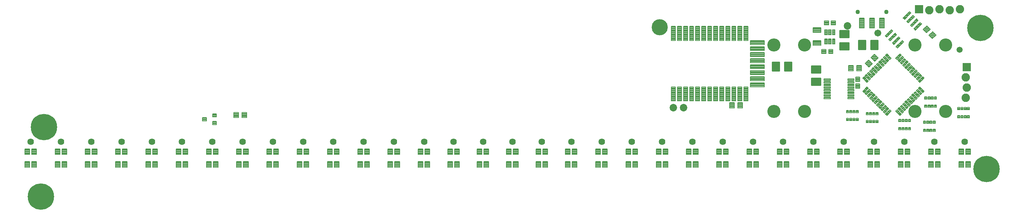
<source format=gts>
G75*
G70*
%OFA0B0*%
%FSLAX24Y24*%
%IPPOS*%
%LPD*%
%AMOC8*
5,1,8,0,0,1.08239X$1,22.5*
%
%ADD10C,0.2580*%
%ADD11C,0.1580*%
%ADD12C,0.0080*%
%ADD13C,0.0083*%
%ADD14C,0.0086*%
%ADD15C,0.1280*%
%ADD16C,0.0081*%
%ADD17C,0.0083*%
%ADD18C,0.0434*%
%ADD19C,0.0082*%
%ADD20C,0.0081*%
%ADD21C,0.0081*%
%ADD22R,0.0820X0.0820*%
%ADD23C,0.0820*%
%ADD24C,0.0640*%
%ADD25C,0.0590*%
%ADD26C,0.0730*%
%ADD27C,0.0671*%
D10*
X002545Y002706D03*
X002845Y009526D03*
X094465Y019226D03*
X095045Y005406D03*
D11*
X063095Y019296D03*
D12*
X083801Y014335D02*
X083939Y014473D01*
X083801Y014335D02*
X083385Y014751D01*
X083523Y014889D01*
X083939Y014473D01*
X083880Y014414D02*
X083722Y014414D01*
X083643Y014493D02*
X083919Y014493D01*
X083840Y014572D02*
X083564Y014572D01*
X083485Y014651D02*
X083761Y014651D01*
X083682Y014730D02*
X083406Y014730D01*
X083443Y014809D02*
X083603Y014809D01*
X083524Y014888D02*
X083522Y014888D01*
X084024Y014558D02*
X084162Y014696D01*
X084024Y014558D02*
X083608Y014974D01*
X083746Y015112D01*
X084162Y014696D01*
X084103Y014637D02*
X083945Y014637D01*
X083866Y014716D02*
X084142Y014716D01*
X084063Y014795D02*
X083787Y014795D01*
X083708Y014874D02*
X083984Y014874D01*
X083905Y014953D02*
X083629Y014953D01*
X083666Y015032D02*
X083826Y015032D01*
X083747Y015111D02*
X083745Y015111D01*
X084247Y014781D02*
X084385Y014919D01*
X084247Y014781D02*
X083831Y015197D01*
X083969Y015335D01*
X084385Y014919D01*
X084326Y014860D02*
X084168Y014860D01*
X084089Y014939D02*
X084365Y014939D01*
X084286Y015018D02*
X084010Y015018D01*
X083931Y015097D02*
X084207Y015097D01*
X084128Y015176D02*
X083852Y015176D01*
X083889Y015255D02*
X084049Y015255D01*
X083970Y015334D02*
X083968Y015334D01*
X084469Y015003D02*
X084607Y015141D01*
X084469Y015003D02*
X084053Y015419D01*
X084191Y015557D01*
X084607Y015141D01*
X084548Y015082D02*
X084390Y015082D01*
X084311Y015161D02*
X084587Y015161D01*
X084508Y015240D02*
X084232Y015240D01*
X084153Y015319D02*
X084429Y015319D01*
X084350Y015398D02*
X084074Y015398D01*
X084111Y015477D02*
X084271Y015477D01*
X084192Y015556D02*
X084190Y015556D01*
X084692Y015226D02*
X084830Y015364D01*
X084692Y015226D02*
X084276Y015642D01*
X084414Y015780D01*
X084830Y015364D01*
X084771Y015305D02*
X084613Y015305D01*
X084534Y015384D02*
X084810Y015384D01*
X084731Y015463D02*
X084455Y015463D01*
X084376Y015542D02*
X084652Y015542D01*
X084573Y015621D02*
X084297Y015621D01*
X084334Y015700D02*
X084494Y015700D01*
X084415Y015779D02*
X084413Y015779D01*
X084915Y015449D02*
X085053Y015587D01*
X084915Y015449D02*
X084499Y015865D01*
X084637Y016003D01*
X085053Y015587D01*
X084994Y015528D02*
X084836Y015528D01*
X084757Y015607D02*
X085033Y015607D01*
X084954Y015686D02*
X084678Y015686D01*
X084599Y015765D02*
X084875Y015765D01*
X084796Y015844D02*
X084520Y015844D01*
X084557Y015923D02*
X084717Y015923D01*
X084638Y016002D02*
X084636Y016002D01*
X085138Y015671D02*
X085276Y015809D01*
X085138Y015671D02*
X084722Y016087D01*
X084860Y016225D01*
X085276Y015809D01*
X085217Y015750D02*
X085059Y015750D01*
X084980Y015829D02*
X085256Y015829D01*
X085177Y015908D02*
X084901Y015908D01*
X084822Y015987D02*
X085098Y015987D01*
X085019Y016066D02*
X084743Y016066D01*
X084780Y016145D02*
X084940Y016145D01*
X084861Y016224D02*
X084859Y016224D01*
X085360Y015894D02*
X085498Y016032D01*
X085360Y015894D02*
X084944Y016310D01*
X085082Y016448D01*
X085498Y016032D01*
X085439Y015973D02*
X085281Y015973D01*
X085202Y016052D02*
X085478Y016052D01*
X085399Y016131D02*
X085123Y016131D01*
X085044Y016210D02*
X085320Y016210D01*
X085241Y016289D02*
X084965Y016289D01*
X085002Y016368D02*
X085162Y016368D01*
X085083Y016447D02*
X085081Y016447D01*
X085583Y016117D02*
X085721Y016255D01*
X085583Y016117D02*
X085167Y016533D01*
X085305Y016671D01*
X085721Y016255D01*
X085662Y016196D02*
X085504Y016196D01*
X085425Y016275D02*
X085701Y016275D01*
X085622Y016354D02*
X085346Y016354D01*
X085267Y016433D02*
X085543Y016433D01*
X085464Y016512D02*
X085188Y016512D01*
X085225Y016591D02*
X085385Y016591D01*
X085306Y016670D02*
X085304Y016670D01*
X086307Y016117D02*
X086723Y016533D01*
X086307Y016117D02*
X086169Y016255D01*
X086585Y016671D01*
X086723Y016533D01*
X086386Y016196D02*
X086228Y016196D01*
X086189Y016275D02*
X086465Y016275D01*
X086544Y016354D02*
X086268Y016354D01*
X086347Y016433D02*
X086623Y016433D01*
X086702Y016512D02*
X086426Y016512D01*
X086505Y016591D02*
X086665Y016591D01*
X086586Y016670D02*
X086584Y016670D01*
X086946Y016310D02*
X086530Y015894D01*
X086392Y016032D01*
X086808Y016448D01*
X086946Y016310D01*
X086609Y015973D02*
X086451Y015973D01*
X086412Y016052D02*
X086688Y016052D01*
X086767Y016131D02*
X086491Y016131D01*
X086570Y016210D02*
X086846Y016210D01*
X086925Y016289D02*
X086649Y016289D01*
X086728Y016368D02*
X086888Y016368D01*
X086809Y016447D02*
X086807Y016447D01*
X087169Y016087D02*
X086753Y015671D01*
X086615Y015809D01*
X087031Y016225D01*
X087169Y016087D01*
X086832Y015750D02*
X086674Y015750D01*
X086635Y015829D02*
X086911Y015829D01*
X086990Y015908D02*
X086714Y015908D01*
X086793Y015987D02*
X087069Y015987D01*
X087148Y016066D02*
X086872Y016066D01*
X086951Y016145D02*
X087111Y016145D01*
X087032Y016224D02*
X087030Y016224D01*
X087391Y015865D02*
X086975Y015449D01*
X086837Y015587D01*
X087253Y016003D01*
X087391Y015865D01*
X087054Y015528D02*
X086896Y015528D01*
X086857Y015607D02*
X087133Y015607D01*
X087212Y015686D02*
X086936Y015686D01*
X087015Y015765D02*
X087291Y015765D01*
X087370Y015844D02*
X087094Y015844D01*
X087173Y015923D02*
X087333Y015923D01*
X087254Y016002D02*
X087252Y016002D01*
X087614Y015642D02*
X087198Y015226D01*
X087060Y015364D01*
X087476Y015780D01*
X087614Y015642D01*
X087277Y015305D02*
X087119Y015305D01*
X087080Y015384D02*
X087356Y015384D01*
X087435Y015463D02*
X087159Y015463D01*
X087238Y015542D02*
X087514Y015542D01*
X087593Y015621D02*
X087317Y015621D01*
X087396Y015700D02*
X087556Y015700D01*
X087477Y015779D02*
X087475Y015779D01*
X087837Y015419D02*
X087421Y015003D01*
X087283Y015141D01*
X087699Y015557D01*
X087837Y015419D01*
X087500Y015082D02*
X087342Y015082D01*
X087303Y015161D02*
X087579Y015161D01*
X087658Y015240D02*
X087382Y015240D01*
X087461Y015319D02*
X087737Y015319D01*
X087816Y015398D02*
X087540Y015398D01*
X087619Y015477D02*
X087779Y015477D01*
X087700Y015556D02*
X087698Y015556D01*
X088059Y015197D02*
X087643Y014781D01*
X087505Y014919D01*
X087921Y015335D01*
X088059Y015197D01*
X087722Y014860D02*
X087564Y014860D01*
X087525Y014939D02*
X087801Y014939D01*
X087880Y015018D02*
X087604Y015018D01*
X087683Y015097D02*
X087959Y015097D01*
X088038Y015176D02*
X087762Y015176D01*
X087841Y015255D02*
X088001Y015255D01*
X087922Y015334D02*
X087920Y015334D01*
X088282Y014974D02*
X087866Y014558D01*
X087728Y014696D01*
X088144Y015112D01*
X088282Y014974D01*
X087945Y014637D02*
X087787Y014637D01*
X087748Y014716D02*
X088024Y014716D01*
X088103Y014795D02*
X087827Y014795D01*
X087906Y014874D02*
X088182Y014874D01*
X088261Y014953D02*
X087985Y014953D01*
X088064Y015032D02*
X088224Y015032D01*
X088145Y015111D02*
X088143Y015111D01*
X088505Y014751D02*
X088089Y014335D01*
X087951Y014473D01*
X088367Y014889D01*
X088505Y014751D01*
X088168Y014414D02*
X088010Y014414D01*
X087971Y014493D02*
X088247Y014493D01*
X088326Y014572D02*
X088050Y014572D01*
X088129Y014651D02*
X088405Y014651D01*
X088484Y014730D02*
X088208Y014730D01*
X088287Y014809D02*
X088447Y014809D01*
X088368Y014888D02*
X088366Y014888D01*
X088728Y014528D02*
X088312Y014112D01*
X088174Y014250D01*
X088590Y014666D01*
X088728Y014528D01*
X088391Y014191D02*
X088233Y014191D01*
X088194Y014270D02*
X088470Y014270D01*
X088549Y014349D02*
X088273Y014349D01*
X088352Y014428D02*
X088628Y014428D01*
X088707Y014507D02*
X088431Y014507D01*
X088510Y014586D02*
X088670Y014586D01*
X088591Y014665D02*
X088589Y014665D01*
X088950Y014306D02*
X088534Y013890D01*
X088396Y014028D01*
X088812Y014444D01*
X088950Y014306D01*
X088613Y013969D02*
X088455Y013969D01*
X088416Y014048D02*
X088692Y014048D01*
X088771Y014127D02*
X088495Y014127D01*
X088574Y014206D02*
X088850Y014206D01*
X088929Y014285D02*
X088653Y014285D01*
X088732Y014364D02*
X088892Y014364D01*
X088813Y014443D02*
X088811Y014443D01*
X088950Y013026D02*
X088812Y012888D01*
X088396Y013304D01*
X088534Y013442D01*
X088950Y013026D01*
X088891Y012967D02*
X088733Y012967D01*
X088654Y013046D02*
X088930Y013046D01*
X088851Y013125D02*
X088575Y013125D01*
X088496Y013204D02*
X088772Y013204D01*
X088693Y013283D02*
X088417Y013283D01*
X088454Y013362D02*
X088614Y013362D01*
X088535Y013441D02*
X088533Y013441D01*
X088728Y012803D02*
X088590Y012665D01*
X088174Y013081D01*
X088312Y013219D01*
X088728Y012803D01*
X088669Y012744D02*
X088511Y012744D01*
X088432Y012823D02*
X088708Y012823D01*
X088629Y012902D02*
X088353Y012902D01*
X088274Y012981D02*
X088550Y012981D01*
X088471Y013060D02*
X088195Y013060D01*
X088232Y013139D02*
X088392Y013139D01*
X088313Y013218D02*
X088311Y013218D01*
X088505Y012580D02*
X088367Y012442D01*
X087951Y012858D01*
X088089Y012996D01*
X088505Y012580D01*
X088446Y012521D02*
X088288Y012521D01*
X088209Y012600D02*
X088485Y012600D01*
X088406Y012679D02*
X088130Y012679D01*
X088051Y012758D02*
X088327Y012758D01*
X088248Y012837D02*
X087972Y012837D01*
X088009Y012916D02*
X088169Y012916D01*
X088090Y012995D02*
X088088Y012995D01*
X088282Y012357D02*
X088144Y012219D01*
X087728Y012635D01*
X087866Y012773D01*
X088282Y012357D01*
X088223Y012298D02*
X088065Y012298D01*
X087986Y012377D02*
X088262Y012377D01*
X088183Y012456D02*
X087907Y012456D01*
X087828Y012535D02*
X088104Y012535D01*
X088025Y012614D02*
X087749Y012614D01*
X087786Y012693D02*
X087946Y012693D01*
X087867Y012772D02*
X087865Y012772D01*
X088059Y012135D02*
X087921Y011997D01*
X087505Y012413D01*
X087643Y012551D01*
X088059Y012135D01*
X088000Y012076D02*
X087842Y012076D01*
X087763Y012155D02*
X088039Y012155D01*
X087960Y012234D02*
X087684Y012234D01*
X087605Y012313D02*
X087881Y012313D01*
X087802Y012392D02*
X087526Y012392D01*
X087563Y012471D02*
X087723Y012471D01*
X087644Y012550D02*
X087642Y012550D01*
X087837Y011912D02*
X087699Y011774D01*
X087283Y012190D01*
X087421Y012328D01*
X087837Y011912D01*
X087778Y011853D02*
X087620Y011853D01*
X087541Y011932D02*
X087817Y011932D01*
X087738Y012011D02*
X087462Y012011D01*
X087383Y012090D02*
X087659Y012090D01*
X087580Y012169D02*
X087304Y012169D01*
X087341Y012248D02*
X087501Y012248D01*
X087422Y012327D02*
X087420Y012327D01*
X087614Y011689D02*
X087476Y011551D01*
X087060Y011967D01*
X087198Y012105D01*
X087614Y011689D01*
X087555Y011630D02*
X087397Y011630D01*
X087318Y011709D02*
X087594Y011709D01*
X087515Y011788D02*
X087239Y011788D01*
X087160Y011867D02*
X087436Y011867D01*
X087357Y011946D02*
X087081Y011946D01*
X087118Y012025D02*
X087278Y012025D01*
X087199Y012104D02*
X087197Y012104D01*
X087391Y011467D02*
X087253Y011329D01*
X086837Y011745D01*
X086975Y011883D01*
X087391Y011467D01*
X087332Y011408D02*
X087174Y011408D01*
X087095Y011487D02*
X087371Y011487D01*
X087292Y011566D02*
X087016Y011566D01*
X086937Y011645D02*
X087213Y011645D01*
X087134Y011724D02*
X086858Y011724D01*
X086895Y011803D02*
X087055Y011803D01*
X086976Y011882D02*
X086974Y011882D01*
X087169Y011244D02*
X087031Y011106D01*
X086615Y011522D01*
X086753Y011660D01*
X087169Y011244D01*
X087110Y011185D02*
X086952Y011185D01*
X086873Y011264D02*
X087149Y011264D01*
X087070Y011343D02*
X086794Y011343D01*
X086715Y011422D02*
X086991Y011422D01*
X086912Y011501D02*
X086636Y011501D01*
X086673Y011580D02*
X086833Y011580D01*
X086754Y011659D02*
X086752Y011659D01*
X086946Y011021D02*
X086808Y010883D01*
X086392Y011299D01*
X086530Y011437D01*
X086946Y011021D01*
X086887Y010962D02*
X086729Y010962D01*
X086650Y011041D02*
X086926Y011041D01*
X086847Y011120D02*
X086571Y011120D01*
X086492Y011199D02*
X086768Y011199D01*
X086689Y011278D02*
X086413Y011278D01*
X086450Y011357D02*
X086610Y011357D01*
X086531Y011436D02*
X086529Y011436D01*
X085498Y011299D02*
X085082Y010883D01*
X084944Y011021D01*
X085360Y011437D01*
X085498Y011299D01*
X085161Y010962D02*
X085003Y010962D01*
X084964Y011041D02*
X085240Y011041D01*
X085319Y011120D02*
X085043Y011120D01*
X085122Y011199D02*
X085398Y011199D01*
X085477Y011278D02*
X085201Y011278D01*
X085280Y011357D02*
X085440Y011357D01*
X085361Y011436D02*
X085359Y011436D01*
X085276Y011522D02*
X084860Y011106D01*
X084722Y011244D01*
X085138Y011660D01*
X085276Y011522D01*
X084939Y011185D02*
X084781Y011185D01*
X084742Y011264D02*
X085018Y011264D01*
X085097Y011343D02*
X084821Y011343D01*
X084900Y011422D02*
X085176Y011422D01*
X085255Y011501D02*
X084979Y011501D01*
X085058Y011580D02*
X085218Y011580D01*
X085139Y011659D02*
X085137Y011659D01*
X085053Y011745D02*
X084637Y011329D01*
X084499Y011467D01*
X084915Y011883D01*
X085053Y011745D01*
X084716Y011408D02*
X084558Y011408D01*
X084519Y011487D02*
X084795Y011487D01*
X084874Y011566D02*
X084598Y011566D01*
X084677Y011645D02*
X084953Y011645D01*
X085032Y011724D02*
X084756Y011724D01*
X084835Y011803D02*
X084995Y011803D01*
X084916Y011882D02*
X084914Y011882D01*
X084830Y011967D02*
X084414Y011551D01*
X084276Y011689D01*
X084692Y012105D01*
X084830Y011967D01*
X084493Y011630D02*
X084335Y011630D01*
X084296Y011709D02*
X084572Y011709D01*
X084651Y011788D02*
X084375Y011788D01*
X084454Y011867D02*
X084730Y011867D01*
X084809Y011946D02*
X084533Y011946D01*
X084612Y012025D02*
X084772Y012025D01*
X084693Y012104D02*
X084691Y012104D01*
X084607Y012190D02*
X084191Y011774D01*
X084053Y011912D01*
X084469Y012328D01*
X084607Y012190D01*
X084270Y011853D02*
X084112Y011853D01*
X084073Y011932D02*
X084349Y011932D01*
X084428Y012011D02*
X084152Y012011D01*
X084231Y012090D02*
X084507Y012090D01*
X084586Y012169D02*
X084310Y012169D01*
X084389Y012248D02*
X084549Y012248D01*
X084470Y012327D02*
X084468Y012327D01*
X084385Y012413D02*
X083969Y011997D01*
X083831Y012135D01*
X084247Y012551D01*
X084385Y012413D01*
X084048Y012076D02*
X083890Y012076D01*
X083851Y012155D02*
X084127Y012155D01*
X084206Y012234D02*
X083930Y012234D01*
X084009Y012313D02*
X084285Y012313D01*
X084364Y012392D02*
X084088Y012392D01*
X084167Y012471D02*
X084327Y012471D01*
X084248Y012550D02*
X084246Y012550D01*
X084162Y012635D02*
X083746Y012219D01*
X083608Y012357D01*
X084024Y012773D01*
X084162Y012635D01*
X083825Y012298D02*
X083667Y012298D01*
X083628Y012377D02*
X083904Y012377D01*
X083983Y012456D02*
X083707Y012456D01*
X083786Y012535D02*
X084062Y012535D01*
X084141Y012614D02*
X083865Y012614D01*
X083944Y012693D02*
X084104Y012693D01*
X084025Y012772D02*
X084023Y012772D01*
X083939Y012858D02*
X083523Y012442D01*
X083385Y012580D01*
X083801Y012996D01*
X083939Y012858D01*
X083602Y012521D02*
X083444Y012521D01*
X083405Y012600D02*
X083681Y012600D01*
X083760Y012679D02*
X083484Y012679D01*
X083563Y012758D02*
X083839Y012758D01*
X083918Y012837D02*
X083642Y012837D01*
X083721Y012916D02*
X083881Y012916D01*
X083802Y012995D02*
X083800Y012995D01*
X083717Y013081D02*
X083301Y012665D01*
X083163Y012803D01*
X083579Y013219D01*
X083717Y013081D01*
X083380Y012744D02*
X083222Y012744D01*
X083183Y012823D02*
X083459Y012823D01*
X083538Y012902D02*
X083262Y012902D01*
X083341Y012981D02*
X083617Y012981D01*
X083696Y013060D02*
X083420Y013060D01*
X083499Y013139D02*
X083659Y013139D01*
X083580Y013218D02*
X083578Y013218D01*
X083494Y013304D02*
X083078Y012888D01*
X082940Y013026D01*
X083356Y013442D01*
X083494Y013304D01*
X083157Y012967D02*
X082999Y012967D01*
X082960Y013046D02*
X083236Y013046D01*
X083315Y013125D02*
X083039Y013125D01*
X083118Y013204D02*
X083394Y013204D01*
X083473Y013283D02*
X083197Y013283D01*
X083276Y013362D02*
X083436Y013362D01*
X083357Y013441D02*
X083355Y013441D01*
X083356Y013890D02*
X083494Y014028D01*
X083356Y013890D02*
X082940Y014306D01*
X083078Y014444D01*
X083494Y014028D01*
X083435Y013969D02*
X083277Y013969D01*
X083198Y014048D02*
X083474Y014048D01*
X083395Y014127D02*
X083119Y014127D01*
X083040Y014206D02*
X083316Y014206D01*
X083237Y014285D02*
X082961Y014285D01*
X082998Y014364D02*
X083158Y014364D01*
X083079Y014443D02*
X083077Y014443D01*
X083579Y014112D02*
X083717Y014250D01*
X083579Y014112D02*
X083163Y014528D01*
X083301Y014666D01*
X083717Y014250D01*
X083658Y014191D02*
X083500Y014191D01*
X083421Y014270D02*
X083697Y014270D01*
X083618Y014349D02*
X083342Y014349D01*
X083263Y014428D02*
X083539Y014428D01*
X083460Y014507D02*
X083184Y014507D01*
X083221Y014586D02*
X083381Y014586D01*
X083302Y014665D02*
X083300Y014665D01*
X086813Y017992D02*
X086952Y017853D01*
X086341Y017242D01*
X086202Y017381D01*
X086813Y017992D01*
X086420Y017321D02*
X086262Y017321D01*
X086221Y017400D02*
X086499Y017400D01*
X086578Y017479D02*
X086300Y017479D01*
X086379Y017558D02*
X086657Y017558D01*
X086736Y017637D02*
X086458Y017637D01*
X086537Y017716D02*
X086815Y017716D01*
X086894Y017795D02*
X086616Y017795D01*
X086695Y017874D02*
X086931Y017874D01*
X086852Y017953D02*
X086774Y017953D01*
X086599Y018207D02*
X086460Y018346D01*
X086599Y018207D02*
X085988Y017596D01*
X085849Y017735D01*
X086460Y018346D01*
X086067Y017675D02*
X085909Y017675D01*
X085868Y017754D02*
X086146Y017754D01*
X086225Y017833D02*
X085947Y017833D01*
X086026Y017912D02*
X086304Y017912D01*
X086383Y017991D02*
X086105Y017991D01*
X086184Y018070D02*
X086462Y018070D01*
X086541Y018149D02*
X086263Y018149D01*
X086342Y018228D02*
X086578Y018228D01*
X086499Y018307D02*
X086421Y018307D01*
X086245Y018560D02*
X086106Y018699D01*
X086245Y018560D02*
X085634Y017949D01*
X085495Y018088D01*
X086106Y018699D01*
X085713Y018028D02*
X085555Y018028D01*
X085514Y018107D02*
X085792Y018107D01*
X085871Y018186D02*
X085593Y018186D01*
X085672Y018265D02*
X085950Y018265D01*
X086029Y018344D02*
X085751Y018344D01*
X085830Y018423D02*
X086108Y018423D01*
X086187Y018502D02*
X085909Y018502D01*
X085988Y018581D02*
X086224Y018581D01*
X086145Y018660D02*
X086067Y018660D01*
X085892Y018914D02*
X085753Y019053D01*
X085892Y018914D02*
X085281Y018303D01*
X085142Y018442D01*
X085753Y019053D01*
X085360Y018382D02*
X085202Y018382D01*
X085161Y018461D02*
X085439Y018461D01*
X085518Y018540D02*
X085240Y018540D01*
X085319Y018619D02*
X085597Y018619D01*
X085676Y018698D02*
X085398Y018698D01*
X085477Y018777D02*
X085755Y018777D01*
X085834Y018856D02*
X085556Y018856D01*
X085635Y018935D02*
X085871Y018935D01*
X085792Y019014D02*
X085714Y019014D01*
X088569Y019748D02*
X088708Y019609D01*
X088097Y018998D01*
X087958Y019137D01*
X088569Y019748D01*
X088176Y019077D02*
X088018Y019077D01*
X087977Y019156D02*
X088255Y019156D01*
X088334Y019235D02*
X088056Y019235D01*
X088135Y019314D02*
X088413Y019314D01*
X088492Y019393D02*
X088214Y019393D01*
X088293Y019472D02*
X088571Y019472D01*
X088650Y019551D02*
X088372Y019551D01*
X088451Y019630D02*
X088687Y019630D01*
X088608Y019709D02*
X088530Y019709D01*
X088358Y019960D02*
X088219Y020099D01*
X088358Y019960D02*
X087747Y019349D01*
X087608Y019488D01*
X088219Y020099D01*
X087826Y019428D02*
X087668Y019428D01*
X087627Y019507D02*
X087905Y019507D01*
X087984Y019586D02*
X087706Y019586D01*
X087785Y019665D02*
X088063Y019665D01*
X088142Y019744D02*
X087864Y019744D01*
X087943Y019823D02*
X088221Y019823D01*
X088300Y019902D02*
X088022Y019902D01*
X088101Y019981D02*
X088337Y019981D01*
X088258Y020060D02*
X088180Y020060D01*
X088004Y020314D02*
X087865Y020453D01*
X088004Y020314D02*
X087393Y019703D01*
X087254Y019842D01*
X087865Y020453D01*
X087472Y019782D02*
X087314Y019782D01*
X087273Y019861D02*
X087551Y019861D01*
X087630Y019940D02*
X087352Y019940D01*
X087431Y020019D02*
X087709Y020019D01*
X087788Y020098D02*
X087510Y020098D01*
X087589Y020177D02*
X087867Y020177D01*
X087946Y020256D02*
X087668Y020256D01*
X087747Y020335D02*
X087983Y020335D01*
X087904Y020414D02*
X087826Y020414D01*
X087651Y020667D02*
X087512Y020806D01*
X087651Y020667D02*
X087040Y020056D01*
X086901Y020195D01*
X087512Y020806D01*
X087119Y020135D02*
X086961Y020135D01*
X086920Y020214D02*
X087198Y020214D01*
X087277Y020293D02*
X086999Y020293D01*
X087078Y020372D02*
X087356Y020372D01*
X087435Y020451D02*
X087157Y020451D01*
X087236Y020530D02*
X087514Y020530D01*
X087593Y020609D02*
X087315Y020609D01*
X087394Y020688D02*
X087630Y020688D01*
X087551Y020767D02*
X087473Y020767D01*
X086723Y010798D02*
X086585Y010660D01*
X086169Y011076D01*
X086307Y011214D01*
X086723Y010798D01*
X086664Y010739D02*
X086506Y010739D01*
X086427Y010818D02*
X086703Y010818D01*
X086624Y010897D02*
X086348Y010897D01*
X086269Y010976D02*
X086545Y010976D01*
X086466Y011055D02*
X086190Y011055D01*
X086227Y011134D02*
X086387Y011134D01*
X086308Y011213D02*
X086306Y011213D01*
X085721Y011076D02*
X085305Y010660D01*
X085167Y010798D01*
X085583Y011214D01*
X085721Y011076D01*
X085384Y010739D02*
X085226Y010739D01*
X085187Y010818D02*
X085463Y010818D01*
X085542Y010897D02*
X085266Y010897D01*
X085345Y010976D02*
X085621Y010976D01*
X085700Y011055D02*
X085424Y011055D01*
X085503Y011134D02*
X085663Y011134D01*
X085584Y011213D02*
X085582Y011213D01*
D13*
X071200Y011391D02*
X070730Y011391D01*
X070730Y011901D01*
X071200Y011901D01*
X071200Y011391D01*
X071200Y011473D02*
X070730Y011473D01*
X070730Y011555D02*
X071200Y011555D01*
X071200Y011637D02*
X070730Y011637D01*
X070730Y011719D02*
X071200Y011719D01*
X071200Y011801D02*
X070730Y011801D01*
X070730Y011883D02*
X071200Y011883D01*
X070400Y011391D02*
X069930Y011391D01*
X069930Y011901D01*
X070400Y011901D01*
X070400Y011391D01*
X070400Y011473D02*
X069930Y011473D01*
X069930Y011555D02*
X070400Y011555D01*
X070400Y011637D02*
X069930Y011637D01*
X069930Y011719D02*
X070400Y011719D01*
X070400Y011801D02*
X069930Y011801D01*
X069930Y011883D02*
X070400Y011883D01*
X081550Y015031D02*
X082020Y015031D01*
X081550Y015031D02*
X081550Y015541D01*
X082020Y015541D01*
X082020Y015031D01*
X082020Y015113D02*
X081550Y015113D01*
X081550Y015195D02*
X082020Y015195D01*
X082020Y015277D02*
X081550Y015277D01*
X081550Y015359D02*
X082020Y015359D01*
X082020Y015441D02*
X081550Y015441D01*
X081550Y015523D02*
X082020Y015523D01*
X082350Y015031D02*
X082820Y015031D01*
X082350Y015031D02*
X082350Y015541D01*
X082820Y015541D01*
X082820Y015031D01*
X082820Y015113D02*
X082350Y015113D01*
X082350Y015195D02*
X082820Y015195D01*
X082820Y015277D02*
X082350Y015277D01*
X082350Y015359D02*
X082820Y015359D01*
X082820Y015441D02*
X082350Y015441D01*
X082350Y015523D02*
X082820Y015523D01*
X083196Y015757D02*
X083528Y016089D01*
X083888Y015729D01*
X083556Y015397D01*
X083196Y015757D01*
X083474Y015479D02*
X083638Y015479D01*
X083720Y015561D02*
X083392Y015561D01*
X083310Y015643D02*
X083802Y015643D01*
X083884Y015725D02*
X083228Y015725D01*
X083246Y015807D02*
X083810Y015807D01*
X083728Y015889D02*
X083328Y015889D01*
X083410Y015971D02*
X083646Y015971D01*
X083564Y016053D02*
X083492Y016053D01*
X083762Y016323D02*
X084094Y016655D01*
X084454Y016295D01*
X084122Y015963D01*
X083762Y016323D01*
X084040Y016045D02*
X084204Y016045D01*
X084286Y016127D02*
X083958Y016127D01*
X083876Y016209D02*
X084368Y016209D01*
X084450Y016291D02*
X083794Y016291D01*
X083812Y016373D02*
X084376Y016373D01*
X084294Y016455D02*
X083894Y016455D01*
X083976Y016537D02*
X084212Y016537D01*
X084130Y016619D02*
X084058Y016619D01*
X078073Y017521D02*
X078073Y017991D01*
X078857Y017991D01*
X078857Y017521D01*
X078073Y017521D01*
X078073Y017603D02*
X078857Y017603D01*
X078857Y017685D02*
X078073Y017685D01*
X078073Y017767D02*
X078857Y017767D01*
X078857Y017849D02*
X078073Y017849D01*
X078073Y017931D02*
X078857Y017931D01*
X078073Y018781D02*
X078073Y019251D01*
X078857Y019251D01*
X078857Y018781D01*
X078073Y018781D01*
X078073Y018863D02*
X078857Y018863D01*
X078857Y018945D02*
X078073Y018945D01*
X078073Y019027D02*
X078857Y019027D01*
X078857Y019109D02*
X078073Y019109D01*
X078073Y019191D02*
X078857Y019191D01*
X082626Y020194D02*
X083096Y020194D01*
X083096Y019212D01*
X082626Y019212D01*
X082626Y020194D01*
X082626Y019294D02*
X083096Y019294D01*
X083096Y019376D02*
X082626Y019376D01*
X082626Y019458D02*
X083096Y019458D01*
X083096Y019540D02*
X082626Y019540D01*
X082626Y019622D02*
X083096Y019622D01*
X083096Y019704D02*
X082626Y019704D01*
X082626Y019786D02*
X083096Y019786D01*
X083096Y019868D02*
X082626Y019868D01*
X082626Y019950D02*
X083096Y019950D01*
X083096Y020032D02*
X082626Y020032D01*
X082626Y020114D02*
X083096Y020114D01*
X083610Y020194D02*
X084080Y020194D01*
X084080Y019212D01*
X083610Y019212D01*
X083610Y020194D01*
X083610Y019294D02*
X084080Y019294D01*
X084080Y019376D02*
X083610Y019376D01*
X083610Y019458D02*
X084080Y019458D01*
X084080Y019540D02*
X083610Y019540D01*
X083610Y019622D02*
X084080Y019622D01*
X084080Y019704D02*
X083610Y019704D01*
X083610Y019786D02*
X084080Y019786D01*
X084080Y019868D02*
X083610Y019868D01*
X083610Y019950D02*
X084080Y019950D01*
X084080Y020032D02*
X083610Y020032D01*
X083610Y020114D02*
X084080Y020114D01*
X084594Y020194D02*
X085064Y020194D01*
X085064Y019212D01*
X084594Y019212D01*
X084594Y020194D01*
X084594Y019294D02*
X085064Y019294D01*
X085064Y019376D02*
X084594Y019376D01*
X084594Y019458D02*
X085064Y019458D01*
X085064Y019540D02*
X084594Y019540D01*
X084594Y019622D02*
X085064Y019622D01*
X085064Y019704D02*
X084594Y019704D01*
X084594Y019786D02*
X085064Y019786D01*
X085064Y019868D02*
X084594Y019868D01*
X084594Y019950D02*
X085064Y019950D01*
X085064Y020032D02*
X084594Y020032D01*
X084594Y020114D02*
X085064Y020114D01*
X089206Y019425D02*
X089538Y019093D01*
X089178Y018733D01*
X088846Y019065D01*
X089206Y019425D01*
X089260Y018815D02*
X089096Y018815D01*
X089014Y018897D02*
X089342Y018897D01*
X089424Y018979D02*
X088932Y018979D01*
X088850Y019061D02*
X089506Y019061D01*
X089488Y019143D02*
X088924Y019143D01*
X089006Y019225D02*
X089406Y019225D01*
X089324Y019307D02*
X089088Y019307D01*
X089170Y019389D02*
X089242Y019389D01*
X089772Y018859D02*
X090104Y018527D01*
X089744Y018167D01*
X089412Y018499D01*
X089772Y018859D01*
X089826Y018249D02*
X089662Y018249D01*
X089580Y018331D02*
X089908Y018331D01*
X089990Y018413D02*
X089498Y018413D01*
X089416Y018495D02*
X090072Y018495D01*
X090054Y018577D02*
X089490Y018577D01*
X089572Y018659D02*
X089972Y018659D01*
X089890Y018741D02*
X089654Y018741D01*
X089736Y018823D02*
X089808Y018823D01*
X089850Y006832D02*
X089380Y006832D01*
X089380Y007380D01*
X089850Y007380D01*
X089850Y006832D01*
X089850Y006914D02*
X089380Y006914D01*
X089380Y006996D02*
X089850Y006996D01*
X089850Y007078D02*
X089380Y007078D01*
X089380Y007160D02*
X089850Y007160D01*
X089850Y007242D02*
X089380Y007242D01*
X089380Y007324D02*
X089850Y007324D01*
X090050Y006832D02*
X090520Y006832D01*
X090050Y006832D02*
X090050Y007380D01*
X090520Y007380D01*
X090520Y006832D01*
X090520Y006914D02*
X090050Y006914D01*
X090050Y006996D02*
X090520Y006996D01*
X090520Y007078D02*
X090050Y007078D01*
X090050Y007160D02*
X090520Y007160D01*
X090520Y007242D02*
X090050Y007242D01*
X090050Y007324D02*
X090520Y007324D01*
X092340Y006832D02*
X092810Y006832D01*
X092340Y006832D02*
X092340Y007380D01*
X092810Y007380D01*
X092810Y006832D01*
X092810Y006914D02*
X092340Y006914D01*
X092340Y006996D02*
X092810Y006996D01*
X092810Y007078D02*
X092340Y007078D01*
X092340Y007160D02*
X092810Y007160D01*
X092810Y007242D02*
X092340Y007242D01*
X092340Y007324D02*
X092810Y007324D01*
X093010Y006832D02*
X093480Y006832D01*
X093010Y006832D02*
X093010Y007380D01*
X093480Y007380D01*
X093480Y006832D01*
X093480Y006914D02*
X093010Y006914D01*
X093010Y006996D02*
X093480Y006996D01*
X093480Y007078D02*
X093010Y007078D01*
X093010Y007160D02*
X093480Y007160D01*
X093480Y007242D02*
X093010Y007242D01*
X093010Y007324D02*
X093480Y007324D01*
X093480Y005592D02*
X093010Y005592D01*
X093010Y006140D01*
X093480Y006140D01*
X093480Y005592D01*
X093480Y005674D02*
X093010Y005674D01*
X093010Y005756D02*
X093480Y005756D01*
X093480Y005838D02*
X093010Y005838D01*
X093010Y005920D02*
X093480Y005920D01*
X093480Y006002D02*
X093010Y006002D01*
X093010Y006084D02*
X093480Y006084D01*
X092810Y005592D02*
X092340Y005592D01*
X092340Y006140D01*
X092810Y006140D01*
X092810Y005592D01*
X092810Y005674D02*
X092340Y005674D01*
X092340Y005756D02*
X092810Y005756D01*
X092810Y005838D02*
X092340Y005838D01*
X092340Y005920D02*
X092810Y005920D01*
X092810Y006002D02*
X092340Y006002D01*
X092340Y006084D02*
X092810Y006084D01*
X090520Y005592D02*
X090050Y005592D01*
X090050Y006140D01*
X090520Y006140D01*
X090520Y005592D01*
X090520Y005674D02*
X090050Y005674D01*
X090050Y005756D02*
X090520Y005756D01*
X090520Y005838D02*
X090050Y005838D01*
X090050Y005920D02*
X090520Y005920D01*
X090520Y006002D02*
X090050Y006002D01*
X090050Y006084D02*
X090520Y006084D01*
X089850Y005592D02*
X089380Y005592D01*
X089380Y006140D01*
X089850Y006140D01*
X089850Y005592D01*
X089850Y005674D02*
X089380Y005674D01*
X089380Y005756D02*
X089850Y005756D01*
X089850Y005838D02*
X089380Y005838D01*
X089380Y005920D02*
X089850Y005920D01*
X089850Y006002D02*
X089380Y006002D01*
X089380Y006084D02*
X089850Y006084D01*
X087560Y005592D02*
X087090Y005592D01*
X087090Y006140D01*
X087560Y006140D01*
X087560Y005592D01*
X087560Y005674D02*
X087090Y005674D01*
X087090Y005756D02*
X087560Y005756D01*
X087560Y005838D02*
X087090Y005838D01*
X087090Y005920D02*
X087560Y005920D01*
X087560Y006002D02*
X087090Y006002D01*
X087090Y006084D02*
X087560Y006084D01*
X086890Y005592D02*
X086420Y005592D01*
X086420Y006140D01*
X086890Y006140D01*
X086890Y005592D01*
X086890Y005674D02*
X086420Y005674D01*
X086420Y005756D02*
X086890Y005756D01*
X086890Y005838D02*
X086420Y005838D01*
X086420Y005920D02*
X086890Y005920D01*
X086890Y006002D02*
X086420Y006002D01*
X086420Y006084D02*
X086890Y006084D01*
X084600Y005592D02*
X084130Y005592D01*
X084130Y006140D01*
X084600Y006140D01*
X084600Y005592D01*
X084600Y005674D02*
X084130Y005674D01*
X084130Y005756D02*
X084600Y005756D01*
X084600Y005838D02*
X084130Y005838D01*
X084130Y005920D02*
X084600Y005920D01*
X084600Y006002D02*
X084130Y006002D01*
X084130Y006084D02*
X084600Y006084D01*
X083930Y005592D02*
X083460Y005592D01*
X083460Y006140D01*
X083930Y006140D01*
X083930Y005592D01*
X083930Y005674D02*
X083460Y005674D01*
X083460Y005756D02*
X083930Y005756D01*
X083930Y005838D02*
X083460Y005838D01*
X083460Y005920D02*
X083930Y005920D01*
X083930Y006002D02*
X083460Y006002D01*
X083460Y006084D02*
X083930Y006084D01*
X081640Y005592D02*
X081170Y005592D01*
X081170Y006140D01*
X081640Y006140D01*
X081640Y005592D01*
X081640Y005674D02*
X081170Y005674D01*
X081170Y005756D02*
X081640Y005756D01*
X081640Y005838D02*
X081170Y005838D01*
X081170Y005920D02*
X081640Y005920D01*
X081640Y006002D02*
X081170Y006002D01*
X081170Y006084D02*
X081640Y006084D01*
X080970Y005592D02*
X080500Y005592D01*
X080500Y006140D01*
X080970Y006140D01*
X080970Y005592D01*
X080970Y005674D02*
X080500Y005674D01*
X080500Y005756D02*
X080970Y005756D01*
X080970Y005838D02*
X080500Y005838D01*
X080500Y005920D02*
X080970Y005920D01*
X080970Y006002D02*
X080500Y006002D01*
X080500Y006084D02*
X080970Y006084D01*
X078680Y005592D02*
X078210Y005592D01*
X078210Y006140D01*
X078680Y006140D01*
X078680Y005592D01*
X078680Y005674D02*
X078210Y005674D01*
X078210Y005756D02*
X078680Y005756D01*
X078680Y005838D02*
X078210Y005838D01*
X078210Y005920D02*
X078680Y005920D01*
X078680Y006002D02*
X078210Y006002D01*
X078210Y006084D02*
X078680Y006084D01*
X078010Y005592D02*
X077540Y005592D01*
X077540Y006140D01*
X078010Y006140D01*
X078010Y005592D01*
X078010Y005674D02*
X077540Y005674D01*
X077540Y005756D02*
X078010Y005756D01*
X078010Y005838D02*
X077540Y005838D01*
X077540Y005920D02*
X078010Y005920D01*
X078010Y006002D02*
X077540Y006002D01*
X077540Y006084D02*
X078010Y006084D01*
X075720Y005592D02*
X075250Y005592D01*
X075250Y006140D01*
X075720Y006140D01*
X075720Y005592D01*
X075720Y005674D02*
X075250Y005674D01*
X075250Y005756D02*
X075720Y005756D01*
X075720Y005838D02*
X075250Y005838D01*
X075250Y005920D02*
X075720Y005920D01*
X075720Y006002D02*
X075250Y006002D01*
X075250Y006084D02*
X075720Y006084D01*
X075050Y005592D02*
X074580Y005592D01*
X074580Y006140D01*
X075050Y006140D01*
X075050Y005592D01*
X075050Y005674D02*
X074580Y005674D01*
X074580Y005756D02*
X075050Y005756D01*
X075050Y005838D02*
X074580Y005838D01*
X074580Y005920D02*
X075050Y005920D01*
X075050Y006002D02*
X074580Y006002D01*
X074580Y006084D02*
X075050Y006084D01*
X072760Y005592D02*
X072290Y005592D01*
X072290Y006140D01*
X072760Y006140D01*
X072760Y005592D01*
X072760Y005674D02*
X072290Y005674D01*
X072290Y005756D02*
X072760Y005756D01*
X072760Y005838D02*
X072290Y005838D01*
X072290Y005920D02*
X072760Y005920D01*
X072760Y006002D02*
X072290Y006002D01*
X072290Y006084D02*
X072760Y006084D01*
X072090Y005592D02*
X071620Y005592D01*
X071620Y006140D01*
X072090Y006140D01*
X072090Y005592D01*
X072090Y005674D02*
X071620Y005674D01*
X071620Y005756D02*
X072090Y005756D01*
X072090Y005838D02*
X071620Y005838D01*
X071620Y005920D02*
X072090Y005920D01*
X072090Y006002D02*
X071620Y006002D01*
X071620Y006084D02*
X072090Y006084D01*
X069800Y005592D02*
X069330Y005592D01*
X069330Y006140D01*
X069800Y006140D01*
X069800Y005592D01*
X069800Y005674D02*
X069330Y005674D01*
X069330Y005756D02*
X069800Y005756D01*
X069800Y005838D02*
X069330Y005838D01*
X069330Y005920D02*
X069800Y005920D01*
X069800Y006002D02*
X069330Y006002D01*
X069330Y006084D02*
X069800Y006084D01*
X069130Y005592D02*
X068660Y005592D01*
X068660Y006140D01*
X069130Y006140D01*
X069130Y005592D01*
X069130Y005674D02*
X068660Y005674D01*
X068660Y005756D02*
X069130Y005756D01*
X069130Y005838D02*
X068660Y005838D01*
X068660Y005920D02*
X069130Y005920D01*
X069130Y006002D02*
X068660Y006002D01*
X068660Y006084D02*
X069130Y006084D01*
X066840Y005592D02*
X066370Y005592D01*
X066370Y006140D01*
X066840Y006140D01*
X066840Y005592D01*
X066840Y005674D02*
X066370Y005674D01*
X066370Y005756D02*
X066840Y005756D01*
X066840Y005838D02*
X066370Y005838D01*
X066370Y005920D02*
X066840Y005920D01*
X066840Y006002D02*
X066370Y006002D01*
X066370Y006084D02*
X066840Y006084D01*
X066170Y005592D02*
X065700Y005592D01*
X065700Y006140D01*
X066170Y006140D01*
X066170Y005592D01*
X066170Y005674D02*
X065700Y005674D01*
X065700Y005756D02*
X066170Y005756D01*
X066170Y005838D02*
X065700Y005838D01*
X065700Y005920D02*
X066170Y005920D01*
X066170Y006002D02*
X065700Y006002D01*
X065700Y006084D02*
X066170Y006084D01*
X063880Y005592D02*
X063410Y005592D01*
X063410Y006140D01*
X063880Y006140D01*
X063880Y005592D01*
X063880Y005674D02*
X063410Y005674D01*
X063410Y005756D02*
X063880Y005756D01*
X063880Y005838D02*
X063410Y005838D01*
X063410Y005920D02*
X063880Y005920D01*
X063880Y006002D02*
X063410Y006002D01*
X063410Y006084D02*
X063880Y006084D01*
X063210Y005592D02*
X062740Y005592D01*
X062740Y006140D01*
X063210Y006140D01*
X063210Y005592D01*
X063210Y005674D02*
X062740Y005674D01*
X062740Y005756D02*
X063210Y005756D01*
X063210Y005838D02*
X062740Y005838D01*
X062740Y005920D02*
X063210Y005920D01*
X063210Y006002D02*
X062740Y006002D01*
X062740Y006084D02*
X063210Y006084D01*
X060920Y005592D02*
X060450Y005592D01*
X060450Y006140D01*
X060920Y006140D01*
X060920Y005592D01*
X060920Y005674D02*
X060450Y005674D01*
X060450Y005756D02*
X060920Y005756D01*
X060920Y005838D02*
X060450Y005838D01*
X060450Y005920D02*
X060920Y005920D01*
X060920Y006002D02*
X060450Y006002D01*
X060450Y006084D02*
X060920Y006084D01*
X060250Y005592D02*
X059780Y005592D01*
X059780Y006140D01*
X060250Y006140D01*
X060250Y005592D01*
X060250Y005674D02*
X059780Y005674D01*
X059780Y005756D02*
X060250Y005756D01*
X060250Y005838D02*
X059780Y005838D01*
X059780Y005920D02*
X060250Y005920D01*
X060250Y006002D02*
X059780Y006002D01*
X059780Y006084D02*
X060250Y006084D01*
X057960Y005592D02*
X057490Y005592D01*
X057490Y006140D01*
X057960Y006140D01*
X057960Y005592D01*
X057960Y005674D02*
X057490Y005674D01*
X057490Y005756D02*
X057960Y005756D01*
X057960Y005838D02*
X057490Y005838D01*
X057490Y005920D02*
X057960Y005920D01*
X057960Y006002D02*
X057490Y006002D01*
X057490Y006084D02*
X057960Y006084D01*
X057290Y005592D02*
X056820Y005592D01*
X056820Y006140D01*
X057290Y006140D01*
X057290Y005592D01*
X057290Y005674D02*
X056820Y005674D01*
X056820Y005756D02*
X057290Y005756D01*
X057290Y005838D02*
X056820Y005838D01*
X056820Y005920D02*
X057290Y005920D01*
X057290Y006002D02*
X056820Y006002D01*
X056820Y006084D02*
X057290Y006084D01*
X055000Y005592D02*
X054530Y005592D01*
X054530Y006140D01*
X055000Y006140D01*
X055000Y005592D01*
X055000Y005674D02*
X054530Y005674D01*
X054530Y005756D02*
X055000Y005756D01*
X055000Y005838D02*
X054530Y005838D01*
X054530Y005920D02*
X055000Y005920D01*
X055000Y006002D02*
X054530Y006002D01*
X054530Y006084D02*
X055000Y006084D01*
X054330Y005592D02*
X053860Y005592D01*
X053860Y006140D01*
X054330Y006140D01*
X054330Y005592D01*
X054330Y005674D02*
X053860Y005674D01*
X053860Y005756D02*
X054330Y005756D01*
X054330Y005838D02*
X053860Y005838D01*
X053860Y005920D02*
X054330Y005920D01*
X054330Y006002D02*
X053860Y006002D01*
X053860Y006084D02*
X054330Y006084D01*
X052120Y005592D02*
X051650Y005592D01*
X051650Y006140D01*
X052120Y006140D01*
X052120Y005592D01*
X052120Y005674D02*
X051650Y005674D01*
X051650Y005756D02*
X052120Y005756D01*
X052120Y005838D02*
X051650Y005838D01*
X051650Y005920D02*
X052120Y005920D01*
X052120Y006002D02*
X051650Y006002D01*
X051650Y006084D02*
X052120Y006084D01*
X051450Y005592D02*
X050980Y005592D01*
X050980Y006140D01*
X051450Y006140D01*
X051450Y005592D01*
X051450Y005674D02*
X050980Y005674D01*
X050980Y005756D02*
X051450Y005756D01*
X051450Y005838D02*
X050980Y005838D01*
X050980Y005920D02*
X051450Y005920D01*
X051450Y006002D02*
X050980Y006002D01*
X050980Y006084D02*
X051450Y006084D01*
X049240Y005592D02*
X048770Y005592D01*
X048770Y006140D01*
X049240Y006140D01*
X049240Y005592D01*
X049240Y005674D02*
X048770Y005674D01*
X048770Y005756D02*
X049240Y005756D01*
X049240Y005838D02*
X048770Y005838D01*
X048770Y005920D02*
X049240Y005920D01*
X049240Y006002D02*
X048770Y006002D01*
X048770Y006084D02*
X049240Y006084D01*
X048570Y005592D02*
X048100Y005592D01*
X048100Y006140D01*
X048570Y006140D01*
X048570Y005592D01*
X048570Y005674D02*
X048100Y005674D01*
X048100Y005756D02*
X048570Y005756D01*
X048570Y005838D02*
X048100Y005838D01*
X048100Y005920D02*
X048570Y005920D01*
X048570Y006002D02*
X048100Y006002D01*
X048100Y006084D02*
X048570Y006084D01*
X046360Y005592D02*
X045890Y005592D01*
X045890Y006140D01*
X046360Y006140D01*
X046360Y005592D01*
X046360Y005674D02*
X045890Y005674D01*
X045890Y005756D02*
X046360Y005756D01*
X046360Y005838D02*
X045890Y005838D01*
X045890Y005920D02*
X046360Y005920D01*
X046360Y006002D02*
X045890Y006002D01*
X045890Y006084D02*
X046360Y006084D01*
X045690Y005592D02*
X045220Y005592D01*
X045220Y006140D01*
X045690Y006140D01*
X045690Y005592D01*
X045690Y005674D02*
X045220Y005674D01*
X045220Y005756D02*
X045690Y005756D01*
X045690Y005838D02*
X045220Y005838D01*
X045220Y005920D02*
X045690Y005920D01*
X045690Y006002D02*
X045220Y006002D01*
X045220Y006084D02*
X045690Y006084D01*
X043480Y005592D02*
X043010Y005592D01*
X043010Y006140D01*
X043480Y006140D01*
X043480Y005592D01*
X043480Y005674D02*
X043010Y005674D01*
X043010Y005756D02*
X043480Y005756D01*
X043480Y005838D02*
X043010Y005838D01*
X043010Y005920D02*
X043480Y005920D01*
X043480Y006002D02*
X043010Y006002D01*
X043010Y006084D02*
X043480Y006084D01*
X042810Y005592D02*
X042340Y005592D01*
X042340Y006140D01*
X042810Y006140D01*
X042810Y005592D01*
X042810Y005674D02*
X042340Y005674D01*
X042340Y005756D02*
X042810Y005756D01*
X042810Y005838D02*
X042340Y005838D01*
X042340Y005920D02*
X042810Y005920D01*
X042810Y006002D02*
X042340Y006002D01*
X042340Y006084D02*
X042810Y006084D01*
X040600Y005592D02*
X040130Y005592D01*
X040130Y006140D01*
X040600Y006140D01*
X040600Y005592D01*
X040600Y005674D02*
X040130Y005674D01*
X040130Y005756D02*
X040600Y005756D01*
X040600Y005838D02*
X040130Y005838D01*
X040130Y005920D02*
X040600Y005920D01*
X040600Y006002D02*
X040130Y006002D01*
X040130Y006084D02*
X040600Y006084D01*
X039930Y005592D02*
X039460Y005592D01*
X039460Y006140D01*
X039930Y006140D01*
X039930Y005592D01*
X039930Y005674D02*
X039460Y005674D01*
X039460Y005756D02*
X039930Y005756D01*
X039930Y005838D02*
X039460Y005838D01*
X039460Y005920D02*
X039930Y005920D01*
X039930Y006002D02*
X039460Y006002D01*
X039460Y006084D02*
X039930Y006084D01*
X037640Y005592D02*
X037170Y005592D01*
X037170Y006140D01*
X037640Y006140D01*
X037640Y005592D01*
X037640Y005674D02*
X037170Y005674D01*
X037170Y005756D02*
X037640Y005756D01*
X037640Y005838D02*
X037170Y005838D01*
X037170Y005920D02*
X037640Y005920D01*
X037640Y006002D02*
X037170Y006002D01*
X037170Y006084D02*
X037640Y006084D01*
X036970Y005592D02*
X036500Y005592D01*
X036500Y006140D01*
X036970Y006140D01*
X036970Y005592D01*
X036970Y005674D02*
X036500Y005674D01*
X036500Y005756D02*
X036970Y005756D01*
X036970Y005838D02*
X036500Y005838D01*
X036500Y005920D02*
X036970Y005920D01*
X036970Y006002D02*
X036500Y006002D01*
X036500Y006084D02*
X036970Y006084D01*
X034680Y005592D02*
X034210Y005592D01*
X034210Y006140D01*
X034680Y006140D01*
X034680Y005592D01*
X034680Y005674D02*
X034210Y005674D01*
X034210Y005756D02*
X034680Y005756D01*
X034680Y005838D02*
X034210Y005838D01*
X034210Y005920D02*
X034680Y005920D01*
X034680Y006002D02*
X034210Y006002D01*
X034210Y006084D02*
X034680Y006084D01*
X034010Y005592D02*
X033540Y005592D01*
X033540Y006140D01*
X034010Y006140D01*
X034010Y005592D01*
X034010Y005674D02*
X033540Y005674D01*
X033540Y005756D02*
X034010Y005756D01*
X034010Y005838D02*
X033540Y005838D01*
X033540Y005920D02*
X034010Y005920D01*
X034010Y006002D02*
X033540Y006002D01*
X033540Y006084D02*
X034010Y006084D01*
X031720Y005592D02*
X031250Y005592D01*
X031250Y006140D01*
X031720Y006140D01*
X031720Y005592D01*
X031720Y005674D02*
X031250Y005674D01*
X031250Y005756D02*
X031720Y005756D01*
X031720Y005838D02*
X031250Y005838D01*
X031250Y005920D02*
X031720Y005920D01*
X031720Y006002D02*
X031250Y006002D01*
X031250Y006084D02*
X031720Y006084D01*
X031050Y005592D02*
X030580Y005592D01*
X030580Y006140D01*
X031050Y006140D01*
X031050Y005592D01*
X031050Y005674D02*
X030580Y005674D01*
X030580Y005756D02*
X031050Y005756D01*
X031050Y005838D02*
X030580Y005838D01*
X030580Y005920D02*
X031050Y005920D01*
X031050Y006002D02*
X030580Y006002D01*
X030580Y006084D02*
X031050Y006084D01*
X028760Y005592D02*
X028290Y005592D01*
X028290Y006140D01*
X028760Y006140D01*
X028760Y005592D01*
X028760Y005674D02*
X028290Y005674D01*
X028290Y005756D02*
X028760Y005756D01*
X028760Y005838D02*
X028290Y005838D01*
X028290Y005920D02*
X028760Y005920D01*
X028760Y006002D02*
X028290Y006002D01*
X028290Y006084D02*
X028760Y006084D01*
X028090Y005592D02*
X027620Y005592D01*
X027620Y006140D01*
X028090Y006140D01*
X028090Y005592D01*
X028090Y005674D02*
X027620Y005674D01*
X027620Y005756D02*
X028090Y005756D01*
X028090Y005838D02*
X027620Y005838D01*
X027620Y005920D02*
X028090Y005920D01*
X028090Y006002D02*
X027620Y006002D01*
X027620Y006084D02*
X028090Y006084D01*
X025800Y005592D02*
X025330Y005592D01*
X025330Y006140D01*
X025800Y006140D01*
X025800Y005592D01*
X025800Y005674D02*
X025330Y005674D01*
X025330Y005756D02*
X025800Y005756D01*
X025800Y005838D02*
X025330Y005838D01*
X025330Y005920D02*
X025800Y005920D01*
X025800Y006002D02*
X025330Y006002D01*
X025330Y006084D02*
X025800Y006084D01*
X025130Y005592D02*
X024660Y005592D01*
X024660Y006140D01*
X025130Y006140D01*
X025130Y005592D01*
X025130Y005674D02*
X024660Y005674D01*
X024660Y005756D02*
X025130Y005756D01*
X025130Y005838D02*
X024660Y005838D01*
X024660Y005920D02*
X025130Y005920D01*
X025130Y006002D02*
X024660Y006002D01*
X024660Y006084D02*
X025130Y006084D01*
X022840Y005592D02*
X022370Y005592D01*
X022370Y006140D01*
X022840Y006140D01*
X022840Y005592D01*
X022840Y005674D02*
X022370Y005674D01*
X022370Y005756D02*
X022840Y005756D01*
X022840Y005838D02*
X022370Y005838D01*
X022370Y005920D02*
X022840Y005920D01*
X022840Y006002D02*
X022370Y006002D01*
X022370Y006084D02*
X022840Y006084D01*
X022170Y005592D02*
X021700Y005592D01*
X021700Y006140D01*
X022170Y006140D01*
X022170Y005592D01*
X022170Y005674D02*
X021700Y005674D01*
X021700Y005756D02*
X022170Y005756D01*
X022170Y005838D02*
X021700Y005838D01*
X021700Y005920D02*
X022170Y005920D01*
X022170Y006002D02*
X021700Y006002D01*
X021700Y006084D02*
X022170Y006084D01*
X019880Y005592D02*
X019410Y005592D01*
X019410Y006140D01*
X019880Y006140D01*
X019880Y005592D01*
X019880Y005674D02*
X019410Y005674D01*
X019410Y005756D02*
X019880Y005756D01*
X019880Y005838D02*
X019410Y005838D01*
X019410Y005920D02*
X019880Y005920D01*
X019880Y006002D02*
X019410Y006002D01*
X019410Y006084D02*
X019880Y006084D01*
X019210Y005592D02*
X018740Y005592D01*
X018740Y006140D01*
X019210Y006140D01*
X019210Y005592D01*
X019210Y005674D02*
X018740Y005674D01*
X018740Y005756D02*
X019210Y005756D01*
X019210Y005838D02*
X018740Y005838D01*
X018740Y005920D02*
X019210Y005920D01*
X019210Y006002D02*
X018740Y006002D01*
X018740Y006084D02*
X019210Y006084D01*
X016920Y005592D02*
X016450Y005592D01*
X016450Y006140D01*
X016920Y006140D01*
X016920Y005592D01*
X016920Y005674D02*
X016450Y005674D01*
X016450Y005756D02*
X016920Y005756D01*
X016920Y005838D02*
X016450Y005838D01*
X016450Y005920D02*
X016920Y005920D01*
X016920Y006002D02*
X016450Y006002D01*
X016450Y006084D02*
X016920Y006084D01*
X016250Y005592D02*
X015780Y005592D01*
X015780Y006140D01*
X016250Y006140D01*
X016250Y005592D01*
X016250Y005674D02*
X015780Y005674D01*
X015780Y005756D02*
X016250Y005756D01*
X016250Y005838D02*
X015780Y005838D01*
X015780Y005920D02*
X016250Y005920D01*
X016250Y006002D02*
X015780Y006002D01*
X015780Y006084D02*
X016250Y006084D01*
X013960Y005592D02*
X013490Y005592D01*
X013490Y006140D01*
X013960Y006140D01*
X013960Y005592D01*
X013960Y005674D02*
X013490Y005674D01*
X013490Y005756D02*
X013960Y005756D01*
X013960Y005838D02*
X013490Y005838D01*
X013490Y005920D02*
X013960Y005920D01*
X013960Y006002D02*
X013490Y006002D01*
X013490Y006084D02*
X013960Y006084D01*
X013290Y005592D02*
X012820Y005592D01*
X012820Y006140D01*
X013290Y006140D01*
X013290Y005592D01*
X013290Y005674D02*
X012820Y005674D01*
X012820Y005756D02*
X013290Y005756D01*
X013290Y005838D02*
X012820Y005838D01*
X012820Y005920D02*
X013290Y005920D01*
X013290Y006002D02*
X012820Y006002D01*
X012820Y006084D02*
X013290Y006084D01*
X011000Y005592D02*
X010530Y005592D01*
X010530Y006140D01*
X011000Y006140D01*
X011000Y005592D01*
X011000Y005674D02*
X010530Y005674D01*
X010530Y005756D02*
X011000Y005756D01*
X011000Y005838D02*
X010530Y005838D01*
X010530Y005920D02*
X011000Y005920D01*
X011000Y006002D02*
X010530Y006002D01*
X010530Y006084D02*
X011000Y006084D01*
X010330Y005592D02*
X009860Y005592D01*
X009860Y006140D01*
X010330Y006140D01*
X010330Y005592D01*
X010330Y005674D02*
X009860Y005674D01*
X009860Y005756D02*
X010330Y005756D01*
X010330Y005838D02*
X009860Y005838D01*
X009860Y005920D02*
X010330Y005920D01*
X010330Y006002D02*
X009860Y006002D01*
X009860Y006084D02*
X010330Y006084D01*
X008040Y005592D02*
X007570Y005592D01*
X007570Y006140D01*
X008040Y006140D01*
X008040Y005592D01*
X008040Y005674D02*
X007570Y005674D01*
X007570Y005756D02*
X008040Y005756D01*
X008040Y005838D02*
X007570Y005838D01*
X007570Y005920D02*
X008040Y005920D01*
X008040Y006002D02*
X007570Y006002D01*
X007570Y006084D02*
X008040Y006084D01*
X007370Y005592D02*
X006900Y005592D01*
X006900Y006140D01*
X007370Y006140D01*
X007370Y005592D01*
X007370Y005674D02*
X006900Y005674D01*
X006900Y005756D02*
X007370Y005756D01*
X007370Y005838D02*
X006900Y005838D01*
X006900Y005920D02*
X007370Y005920D01*
X007370Y006002D02*
X006900Y006002D01*
X006900Y006084D02*
X007370Y006084D01*
X005080Y005592D02*
X004610Y005592D01*
X004610Y006140D01*
X005080Y006140D01*
X005080Y005592D01*
X005080Y005674D02*
X004610Y005674D01*
X004610Y005756D02*
X005080Y005756D01*
X005080Y005838D02*
X004610Y005838D01*
X004610Y005920D02*
X005080Y005920D01*
X005080Y006002D02*
X004610Y006002D01*
X004610Y006084D02*
X005080Y006084D01*
X004410Y005592D02*
X003940Y005592D01*
X003940Y006140D01*
X004410Y006140D01*
X004410Y005592D01*
X004410Y005674D02*
X003940Y005674D01*
X003940Y005756D02*
X004410Y005756D01*
X004410Y005838D02*
X003940Y005838D01*
X003940Y005920D02*
X004410Y005920D01*
X004410Y006002D02*
X003940Y006002D01*
X003940Y006084D02*
X004410Y006084D01*
X002120Y005592D02*
X001650Y005592D01*
X001650Y006140D01*
X002120Y006140D01*
X002120Y005592D01*
X002120Y005674D02*
X001650Y005674D01*
X001650Y005756D02*
X002120Y005756D01*
X002120Y005838D02*
X001650Y005838D01*
X001650Y005920D02*
X002120Y005920D01*
X002120Y006002D02*
X001650Y006002D01*
X001650Y006084D02*
X002120Y006084D01*
X001450Y005592D02*
X000980Y005592D01*
X000980Y006140D01*
X001450Y006140D01*
X001450Y005592D01*
X001450Y005674D02*
X000980Y005674D01*
X000980Y005756D02*
X001450Y005756D01*
X001450Y005838D02*
X000980Y005838D01*
X000980Y005920D02*
X001450Y005920D01*
X001450Y006002D02*
X000980Y006002D01*
X000980Y006084D02*
X001450Y006084D01*
X001450Y006832D02*
X000980Y006832D01*
X000980Y007380D01*
X001450Y007380D01*
X001450Y006832D01*
X001450Y006914D02*
X000980Y006914D01*
X000980Y006996D02*
X001450Y006996D01*
X001450Y007078D02*
X000980Y007078D01*
X000980Y007160D02*
X001450Y007160D01*
X001450Y007242D02*
X000980Y007242D01*
X000980Y007324D02*
X001450Y007324D01*
X001650Y006832D02*
X002120Y006832D01*
X001650Y006832D02*
X001650Y007380D01*
X002120Y007380D01*
X002120Y006832D01*
X002120Y006914D02*
X001650Y006914D01*
X001650Y006996D02*
X002120Y006996D01*
X002120Y007078D02*
X001650Y007078D01*
X001650Y007160D02*
X002120Y007160D01*
X002120Y007242D02*
X001650Y007242D01*
X001650Y007324D02*
X002120Y007324D01*
X003940Y006832D02*
X004410Y006832D01*
X003940Y006832D02*
X003940Y007380D01*
X004410Y007380D01*
X004410Y006832D01*
X004410Y006914D02*
X003940Y006914D01*
X003940Y006996D02*
X004410Y006996D01*
X004410Y007078D02*
X003940Y007078D01*
X003940Y007160D02*
X004410Y007160D01*
X004410Y007242D02*
X003940Y007242D01*
X003940Y007324D02*
X004410Y007324D01*
X004610Y006832D02*
X005080Y006832D01*
X004610Y006832D02*
X004610Y007380D01*
X005080Y007380D01*
X005080Y006832D01*
X005080Y006914D02*
X004610Y006914D01*
X004610Y006996D02*
X005080Y006996D01*
X005080Y007078D02*
X004610Y007078D01*
X004610Y007160D02*
X005080Y007160D01*
X005080Y007242D02*
X004610Y007242D01*
X004610Y007324D02*
X005080Y007324D01*
X006900Y006832D02*
X007370Y006832D01*
X006900Y006832D02*
X006900Y007380D01*
X007370Y007380D01*
X007370Y006832D01*
X007370Y006914D02*
X006900Y006914D01*
X006900Y006996D02*
X007370Y006996D01*
X007370Y007078D02*
X006900Y007078D01*
X006900Y007160D02*
X007370Y007160D01*
X007370Y007242D02*
X006900Y007242D01*
X006900Y007324D02*
X007370Y007324D01*
X007570Y006832D02*
X008040Y006832D01*
X007570Y006832D02*
X007570Y007380D01*
X008040Y007380D01*
X008040Y006832D01*
X008040Y006914D02*
X007570Y006914D01*
X007570Y006996D02*
X008040Y006996D01*
X008040Y007078D02*
X007570Y007078D01*
X007570Y007160D02*
X008040Y007160D01*
X008040Y007242D02*
X007570Y007242D01*
X007570Y007324D02*
X008040Y007324D01*
X009860Y006832D02*
X010330Y006832D01*
X009860Y006832D02*
X009860Y007380D01*
X010330Y007380D01*
X010330Y006832D01*
X010330Y006914D02*
X009860Y006914D01*
X009860Y006996D02*
X010330Y006996D01*
X010330Y007078D02*
X009860Y007078D01*
X009860Y007160D02*
X010330Y007160D01*
X010330Y007242D02*
X009860Y007242D01*
X009860Y007324D02*
X010330Y007324D01*
X010530Y006832D02*
X011000Y006832D01*
X010530Y006832D02*
X010530Y007380D01*
X011000Y007380D01*
X011000Y006832D01*
X011000Y006914D02*
X010530Y006914D01*
X010530Y006996D02*
X011000Y006996D01*
X011000Y007078D02*
X010530Y007078D01*
X010530Y007160D02*
X011000Y007160D01*
X011000Y007242D02*
X010530Y007242D01*
X010530Y007324D02*
X011000Y007324D01*
X012820Y006832D02*
X013290Y006832D01*
X012820Y006832D02*
X012820Y007380D01*
X013290Y007380D01*
X013290Y006832D01*
X013290Y006914D02*
X012820Y006914D01*
X012820Y006996D02*
X013290Y006996D01*
X013290Y007078D02*
X012820Y007078D01*
X012820Y007160D02*
X013290Y007160D01*
X013290Y007242D02*
X012820Y007242D01*
X012820Y007324D02*
X013290Y007324D01*
X013490Y006832D02*
X013960Y006832D01*
X013490Y006832D02*
X013490Y007380D01*
X013960Y007380D01*
X013960Y006832D01*
X013960Y006914D02*
X013490Y006914D01*
X013490Y006996D02*
X013960Y006996D01*
X013960Y007078D02*
X013490Y007078D01*
X013490Y007160D02*
X013960Y007160D01*
X013960Y007242D02*
X013490Y007242D01*
X013490Y007324D02*
X013960Y007324D01*
X015780Y006832D02*
X016250Y006832D01*
X015780Y006832D02*
X015780Y007380D01*
X016250Y007380D01*
X016250Y006832D01*
X016250Y006914D02*
X015780Y006914D01*
X015780Y006996D02*
X016250Y006996D01*
X016250Y007078D02*
X015780Y007078D01*
X015780Y007160D02*
X016250Y007160D01*
X016250Y007242D02*
X015780Y007242D01*
X015780Y007324D02*
X016250Y007324D01*
X016450Y006832D02*
X016920Y006832D01*
X016450Y006832D02*
X016450Y007380D01*
X016920Y007380D01*
X016920Y006832D01*
X016920Y006914D02*
X016450Y006914D01*
X016450Y006996D02*
X016920Y006996D01*
X016920Y007078D02*
X016450Y007078D01*
X016450Y007160D02*
X016920Y007160D01*
X016920Y007242D02*
X016450Y007242D01*
X016450Y007324D02*
X016920Y007324D01*
X018740Y006832D02*
X019210Y006832D01*
X018740Y006832D02*
X018740Y007380D01*
X019210Y007380D01*
X019210Y006832D01*
X019210Y006914D02*
X018740Y006914D01*
X018740Y006996D02*
X019210Y006996D01*
X019210Y007078D02*
X018740Y007078D01*
X018740Y007160D02*
X019210Y007160D01*
X019210Y007242D02*
X018740Y007242D01*
X018740Y007324D02*
X019210Y007324D01*
X019410Y006832D02*
X019880Y006832D01*
X019410Y006832D02*
X019410Y007380D01*
X019880Y007380D01*
X019880Y006832D01*
X019880Y006914D02*
X019410Y006914D01*
X019410Y006996D02*
X019880Y006996D01*
X019880Y007078D02*
X019410Y007078D01*
X019410Y007160D02*
X019880Y007160D01*
X019880Y007242D02*
X019410Y007242D01*
X019410Y007324D02*
X019880Y007324D01*
X021700Y006832D02*
X022170Y006832D01*
X021700Y006832D02*
X021700Y007380D01*
X022170Y007380D01*
X022170Y006832D01*
X022170Y006914D02*
X021700Y006914D01*
X021700Y006996D02*
X022170Y006996D01*
X022170Y007078D02*
X021700Y007078D01*
X021700Y007160D02*
X022170Y007160D01*
X022170Y007242D02*
X021700Y007242D01*
X021700Y007324D02*
X022170Y007324D01*
X022370Y006832D02*
X022840Y006832D01*
X022370Y006832D02*
X022370Y007380D01*
X022840Y007380D01*
X022840Y006832D01*
X022840Y006914D02*
X022370Y006914D01*
X022370Y006996D02*
X022840Y006996D01*
X022840Y007078D02*
X022370Y007078D01*
X022370Y007160D02*
X022840Y007160D01*
X022840Y007242D02*
X022370Y007242D01*
X022370Y007324D02*
X022840Y007324D01*
X024660Y006832D02*
X025130Y006832D01*
X024660Y006832D02*
X024660Y007380D01*
X025130Y007380D01*
X025130Y006832D01*
X025130Y006914D02*
X024660Y006914D01*
X024660Y006996D02*
X025130Y006996D01*
X025130Y007078D02*
X024660Y007078D01*
X024660Y007160D02*
X025130Y007160D01*
X025130Y007242D02*
X024660Y007242D01*
X024660Y007324D02*
X025130Y007324D01*
X025330Y006832D02*
X025800Y006832D01*
X025330Y006832D02*
X025330Y007380D01*
X025800Y007380D01*
X025800Y006832D01*
X025800Y006914D02*
X025330Y006914D01*
X025330Y006996D02*
X025800Y006996D01*
X025800Y007078D02*
X025330Y007078D01*
X025330Y007160D02*
X025800Y007160D01*
X025800Y007242D02*
X025330Y007242D01*
X025330Y007324D02*
X025800Y007324D01*
X027620Y006832D02*
X028090Y006832D01*
X027620Y006832D02*
X027620Y007380D01*
X028090Y007380D01*
X028090Y006832D01*
X028090Y006914D02*
X027620Y006914D01*
X027620Y006996D02*
X028090Y006996D01*
X028090Y007078D02*
X027620Y007078D01*
X027620Y007160D02*
X028090Y007160D01*
X028090Y007242D02*
X027620Y007242D01*
X027620Y007324D02*
X028090Y007324D01*
X028290Y006832D02*
X028760Y006832D01*
X028290Y006832D02*
X028290Y007380D01*
X028760Y007380D01*
X028760Y006832D01*
X028760Y006914D02*
X028290Y006914D01*
X028290Y006996D02*
X028760Y006996D01*
X028760Y007078D02*
X028290Y007078D01*
X028290Y007160D02*
X028760Y007160D01*
X028760Y007242D02*
X028290Y007242D01*
X028290Y007324D02*
X028760Y007324D01*
X030580Y006832D02*
X031050Y006832D01*
X030580Y006832D02*
X030580Y007380D01*
X031050Y007380D01*
X031050Y006832D01*
X031050Y006914D02*
X030580Y006914D01*
X030580Y006996D02*
X031050Y006996D01*
X031050Y007078D02*
X030580Y007078D01*
X030580Y007160D02*
X031050Y007160D01*
X031050Y007242D02*
X030580Y007242D01*
X030580Y007324D02*
X031050Y007324D01*
X031250Y006832D02*
X031720Y006832D01*
X031250Y006832D02*
X031250Y007380D01*
X031720Y007380D01*
X031720Y006832D01*
X031720Y006914D02*
X031250Y006914D01*
X031250Y006996D02*
X031720Y006996D01*
X031720Y007078D02*
X031250Y007078D01*
X031250Y007160D02*
X031720Y007160D01*
X031720Y007242D02*
X031250Y007242D01*
X031250Y007324D02*
X031720Y007324D01*
X033540Y006832D02*
X034010Y006832D01*
X033540Y006832D02*
X033540Y007380D01*
X034010Y007380D01*
X034010Y006832D01*
X034010Y006914D02*
X033540Y006914D01*
X033540Y006996D02*
X034010Y006996D01*
X034010Y007078D02*
X033540Y007078D01*
X033540Y007160D02*
X034010Y007160D01*
X034010Y007242D02*
X033540Y007242D01*
X033540Y007324D02*
X034010Y007324D01*
X034210Y006832D02*
X034680Y006832D01*
X034210Y006832D02*
X034210Y007380D01*
X034680Y007380D01*
X034680Y006832D01*
X034680Y006914D02*
X034210Y006914D01*
X034210Y006996D02*
X034680Y006996D01*
X034680Y007078D02*
X034210Y007078D01*
X034210Y007160D02*
X034680Y007160D01*
X034680Y007242D02*
X034210Y007242D01*
X034210Y007324D02*
X034680Y007324D01*
X036500Y006832D02*
X036970Y006832D01*
X036500Y006832D02*
X036500Y007380D01*
X036970Y007380D01*
X036970Y006832D01*
X036970Y006914D02*
X036500Y006914D01*
X036500Y006996D02*
X036970Y006996D01*
X036970Y007078D02*
X036500Y007078D01*
X036500Y007160D02*
X036970Y007160D01*
X036970Y007242D02*
X036500Y007242D01*
X036500Y007324D02*
X036970Y007324D01*
X037170Y006832D02*
X037640Y006832D01*
X037170Y006832D02*
X037170Y007380D01*
X037640Y007380D01*
X037640Y006832D01*
X037640Y006914D02*
X037170Y006914D01*
X037170Y006996D02*
X037640Y006996D01*
X037640Y007078D02*
X037170Y007078D01*
X037170Y007160D02*
X037640Y007160D01*
X037640Y007242D02*
X037170Y007242D01*
X037170Y007324D02*
X037640Y007324D01*
X039460Y006832D02*
X039930Y006832D01*
X039460Y006832D02*
X039460Y007380D01*
X039930Y007380D01*
X039930Y006832D01*
X039930Y006914D02*
X039460Y006914D01*
X039460Y006996D02*
X039930Y006996D01*
X039930Y007078D02*
X039460Y007078D01*
X039460Y007160D02*
X039930Y007160D01*
X039930Y007242D02*
X039460Y007242D01*
X039460Y007324D02*
X039930Y007324D01*
X040130Y006832D02*
X040600Y006832D01*
X040130Y006832D02*
X040130Y007380D01*
X040600Y007380D01*
X040600Y006832D01*
X040600Y006914D02*
X040130Y006914D01*
X040130Y006996D02*
X040600Y006996D01*
X040600Y007078D02*
X040130Y007078D01*
X040130Y007160D02*
X040600Y007160D01*
X040600Y007242D02*
X040130Y007242D01*
X040130Y007324D02*
X040600Y007324D01*
X042340Y006832D02*
X042810Y006832D01*
X042340Y006832D02*
X042340Y007380D01*
X042810Y007380D01*
X042810Y006832D01*
X042810Y006914D02*
X042340Y006914D01*
X042340Y006996D02*
X042810Y006996D01*
X042810Y007078D02*
X042340Y007078D01*
X042340Y007160D02*
X042810Y007160D01*
X042810Y007242D02*
X042340Y007242D01*
X042340Y007324D02*
X042810Y007324D01*
X043010Y006832D02*
X043480Y006832D01*
X043010Y006832D02*
X043010Y007380D01*
X043480Y007380D01*
X043480Y006832D01*
X043480Y006914D02*
X043010Y006914D01*
X043010Y006996D02*
X043480Y006996D01*
X043480Y007078D02*
X043010Y007078D01*
X043010Y007160D02*
X043480Y007160D01*
X043480Y007242D02*
X043010Y007242D01*
X043010Y007324D02*
X043480Y007324D01*
X045220Y006832D02*
X045690Y006832D01*
X045220Y006832D02*
X045220Y007380D01*
X045690Y007380D01*
X045690Y006832D01*
X045690Y006914D02*
X045220Y006914D01*
X045220Y006996D02*
X045690Y006996D01*
X045690Y007078D02*
X045220Y007078D01*
X045220Y007160D02*
X045690Y007160D01*
X045690Y007242D02*
X045220Y007242D01*
X045220Y007324D02*
X045690Y007324D01*
X045890Y006832D02*
X046360Y006832D01*
X045890Y006832D02*
X045890Y007380D01*
X046360Y007380D01*
X046360Y006832D01*
X046360Y006914D02*
X045890Y006914D01*
X045890Y006996D02*
X046360Y006996D01*
X046360Y007078D02*
X045890Y007078D01*
X045890Y007160D02*
X046360Y007160D01*
X046360Y007242D02*
X045890Y007242D01*
X045890Y007324D02*
X046360Y007324D01*
X048100Y006832D02*
X048570Y006832D01*
X048100Y006832D02*
X048100Y007380D01*
X048570Y007380D01*
X048570Y006832D01*
X048570Y006914D02*
X048100Y006914D01*
X048100Y006996D02*
X048570Y006996D01*
X048570Y007078D02*
X048100Y007078D01*
X048100Y007160D02*
X048570Y007160D01*
X048570Y007242D02*
X048100Y007242D01*
X048100Y007324D02*
X048570Y007324D01*
X048770Y006832D02*
X049240Y006832D01*
X048770Y006832D02*
X048770Y007380D01*
X049240Y007380D01*
X049240Y006832D01*
X049240Y006914D02*
X048770Y006914D01*
X048770Y006996D02*
X049240Y006996D01*
X049240Y007078D02*
X048770Y007078D01*
X048770Y007160D02*
X049240Y007160D01*
X049240Y007242D02*
X048770Y007242D01*
X048770Y007324D02*
X049240Y007324D01*
X050980Y006832D02*
X051450Y006832D01*
X050980Y006832D02*
X050980Y007380D01*
X051450Y007380D01*
X051450Y006832D01*
X051450Y006914D02*
X050980Y006914D01*
X050980Y006996D02*
X051450Y006996D01*
X051450Y007078D02*
X050980Y007078D01*
X050980Y007160D02*
X051450Y007160D01*
X051450Y007242D02*
X050980Y007242D01*
X050980Y007324D02*
X051450Y007324D01*
X051650Y006832D02*
X052120Y006832D01*
X051650Y006832D02*
X051650Y007380D01*
X052120Y007380D01*
X052120Y006832D01*
X052120Y006914D02*
X051650Y006914D01*
X051650Y006996D02*
X052120Y006996D01*
X052120Y007078D02*
X051650Y007078D01*
X051650Y007160D02*
X052120Y007160D01*
X052120Y007242D02*
X051650Y007242D01*
X051650Y007324D02*
X052120Y007324D01*
X053860Y006832D02*
X054330Y006832D01*
X053860Y006832D02*
X053860Y007380D01*
X054330Y007380D01*
X054330Y006832D01*
X054330Y006914D02*
X053860Y006914D01*
X053860Y006996D02*
X054330Y006996D01*
X054330Y007078D02*
X053860Y007078D01*
X053860Y007160D02*
X054330Y007160D01*
X054330Y007242D02*
X053860Y007242D01*
X053860Y007324D02*
X054330Y007324D01*
X054530Y006832D02*
X055000Y006832D01*
X054530Y006832D02*
X054530Y007380D01*
X055000Y007380D01*
X055000Y006832D01*
X055000Y006914D02*
X054530Y006914D01*
X054530Y006996D02*
X055000Y006996D01*
X055000Y007078D02*
X054530Y007078D01*
X054530Y007160D02*
X055000Y007160D01*
X055000Y007242D02*
X054530Y007242D01*
X054530Y007324D02*
X055000Y007324D01*
X056820Y006832D02*
X057290Y006832D01*
X056820Y006832D02*
X056820Y007380D01*
X057290Y007380D01*
X057290Y006832D01*
X057290Y006914D02*
X056820Y006914D01*
X056820Y006996D02*
X057290Y006996D01*
X057290Y007078D02*
X056820Y007078D01*
X056820Y007160D02*
X057290Y007160D01*
X057290Y007242D02*
X056820Y007242D01*
X056820Y007324D02*
X057290Y007324D01*
X057490Y006832D02*
X057960Y006832D01*
X057490Y006832D02*
X057490Y007380D01*
X057960Y007380D01*
X057960Y006832D01*
X057960Y006914D02*
X057490Y006914D01*
X057490Y006996D02*
X057960Y006996D01*
X057960Y007078D02*
X057490Y007078D01*
X057490Y007160D02*
X057960Y007160D01*
X057960Y007242D02*
X057490Y007242D01*
X057490Y007324D02*
X057960Y007324D01*
X059780Y006832D02*
X060250Y006832D01*
X059780Y006832D02*
X059780Y007380D01*
X060250Y007380D01*
X060250Y006832D01*
X060250Y006914D02*
X059780Y006914D01*
X059780Y006996D02*
X060250Y006996D01*
X060250Y007078D02*
X059780Y007078D01*
X059780Y007160D02*
X060250Y007160D01*
X060250Y007242D02*
X059780Y007242D01*
X059780Y007324D02*
X060250Y007324D01*
X060450Y006832D02*
X060920Y006832D01*
X060450Y006832D02*
X060450Y007380D01*
X060920Y007380D01*
X060920Y006832D01*
X060920Y006914D02*
X060450Y006914D01*
X060450Y006996D02*
X060920Y006996D01*
X060920Y007078D02*
X060450Y007078D01*
X060450Y007160D02*
X060920Y007160D01*
X060920Y007242D02*
X060450Y007242D01*
X060450Y007324D02*
X060920Y007324D01*
X062740Y006832D02*
X063210Y006832D01*
X062740Y006832D02*
X062740Y007380D01*
X063210Y007380D01*
X063210Y006832D01*
X063210Y006914D02*
X062740Y006914D01*
X062740Y006996D02*
X063210Y006996D01*
X063210Y007078D02*
X062740Y007078D01*
X062740Y007160D02*
X063210Y007160D01*
X063210Y007242D02*
X062740Y007242D01*
X062740Y007324D02*
X063210Y007324D01*
X063410Y006832D02*
X063880Y006832D01*
X063410Y006832D02*
X063410Y007380D01*
X063880Y007380D01*
X063880Y006832D01*
X063880Y006914D02*
X063410Y006914D01*
X063410Y006996D02*
X063880Y006996D01*
X063880Y007078D02*
X063410Y007078D01*
X063410Y007160D02*
X063880Y007160D01*
X063880Y007242D02*
X063410Y007242D01*
X063410Y007324D02*
X063880Y007324D01*
X065700Y006832D02*
X066170Y006832D01*
X065700Y006832D02*
X065700Y007380D01*
X066170Y007380D01*
X066170Y006832D01*
X066170Y006914D02*
X065700Y006914D01*
X065700Y006996D02*
X066170Y006996D01*
X066170Y007078D02*
X065700Y007078D01*
X065700Y007160D02*
X066170Y007160D01*
X066170Y007242D02*
X065700Y007242D01*
X065700Y007324D02*
X066170Y007324D01*
X066370Y006832D02*
X066840Y006832D01*
X066370Y006832D02*
X066370Y007380D01*
X066840Y007380D01*
X066840Y006832D01*
X066840Y006914D02*
X066370Y006914D01*
X066370Y006996D02*
X066840Y006996D01*
X066840Y007078D02*
X066370Y007078D01*
X066370Y007160D02*
X066840Y007160D01*
X066840Y007242D02*
X066370Y007242D01*
X066370Y007324D02*
X066840Y007324D01*
X068660Y006832D02*
X069130Y006832D01*
X068660Y006832D02*
X068660Y007380D01*
X069130Y007380D01*
X069130Y006832D01*
X069130Y006914D02*
X068660Y006914D01*
X068660Y006996D02*
X069130Y006996D01*
X069130Y007078D02*
X068660Y007078D01*
X068660Y007160D02*
X069130Y007160D01*
X069130Y007242D02*
X068660Y007242D01*
X068660Y007324D02*
X069130Y007324D01*
X069330Y006832D02*
X069800Y006832D01*
X069330Y006832D02*
X069330Y007380D01*
X069800Y007380D01*
X069800Y006832D01*
X069800Y006914D02*
X069330Y006914D01*
X069330Y006996D02*
X069800Y006996D01*
X069800Y007078D02*
X069330Y007078D01*
X069330Y007160D02*
X069800Y007160D01*
X069800Y007242D02*
X069330Y007242D01*
X069330Y007324D02*
X069800Y007324D01*
X071620Y006832D02*
X072090Y006832D01*
X071620Y006832D02*
X071620Y007380D01*
X072090Y007380D01*
X072090Y006832D01*
X072090Y006914D02*
X071620Y006914D01*
X071620Y006996D02*
X072090Y006996D01*
X072090Y007078D02*
X071620Y007078D01*
X071620Y007160D02*
X072090Y007160D01*
X072090Y007242D02*
X071620Y007242D01*
X071620Y007324D02*
X072090Y007324D01*
X072290Y006832D02*
X072760Y006832D01*
X072290Y006832D02*
X072290Y007380D01*
X072760Y007380D01*
X072760Y006832D01*
X072760Y006914D02*
X072290Y006914D01*
X072290Y006996D02*
X072760Y006996D01*
X072760Y007078D02*
X072290Y007078D01*
X072290Y007160D02*
X072760Y007160D01*
X072760Y007242D02*
X072290Y007242D01*
X072290Y007324D02*
X072760Y007324D01*
X074580Y006832D02*
X075050Y006832D01*
X074580Y006832D02*
X074580Y007380D01*
X075050Y007380D01*
X075050Y006832D01*
X075050Y006914D02*
X074580Y006914D01*
X074580Y006996D02*
X075050Y006996D01*
X075050Y007078D02*
X074580Y007078D01*
X074580Y007160D02*
X075050Y007160D01*
X075050Y007242D02*
X074580Y007242D01*
X074580Y007324D02*
X075050Y007324D01*
X075250Y006832D02*
X075720Y006832D01*
X075250Y006832D02*
X075250Y007380D01*
X075720Y007380D01*
X075720Y006832D01*
X075720Y006914D02*
X075250Y006914D01*
X075250Y006996D02*
X075720Y006996D01*
X075720Y007078D02*
X075250Y007078D01*
X075250Y007160D02*
X075720Y007160D01*
X075720Y007242D02*
X075250Y007242D01*
X075250Y007324D02*
X075720Y007324D01*
X077540Y006832D02*
X078010Y006832D01*
X077540Y006832D02*
X077540Y007380D01*
X078010Y007380D01*
X078010Y006832D01*
X078010Y006914D02*
X077540Y006914D01*
X077540Y006996D02*
X078010Y006996D01*
X078010Y007078D02*
X077540Y007078D01*
X077540Y007160D02*
X078010Y007160D01*
X078010Y007242D02*
X077540Y007242D01*
X077540Y007324D02*
X078010Y007324D01*
X078210Y006832D02*
X078680Y006832D01*
X078210Y006832D02*
X078210Y007380D01*
X078680Y007380D01*
X078680Y006832D01*
X078680Y006914D02*
X078210Y006914D01*
X078210Y006996D02*
X078680Y006996D01*
X078680Y007078D02*
X078210Y007078D01*
X078210Y007160D02*
X078680Y007160D01*
X078680Y007242D02*
X078210Y007242D01*
X078210Y007324D02*
X078680Y007324D01*
X080500Y006832D02*
X080970Y006832D01*
X080500Y006832D02*
X080500Y007380D01*
X080970Y007380D01*
X080970Y006832D01*
X080970Y006914D02*
X080500Y006914D01*
X080500Y006996D02*
X080970Y006996D01*
X080970Y007078D02*
X080500Y007078D01*
X080500Y007160D02*
X080970Y007160D01*
X080970Y007242D02*
X080500Y007242D01*
X080500Y007324D02*
X080970Y007324D01*
X081170Y006832D02*
X081640Y006832D01*
X081170Y006832D02*
X081170Y007380D01*
X081640Y007380D01*
X081640Y006832D01*
X081640Y006914D02*
X081170Y006914D01*
X081170Y006996D02*
X081640Y006996D01*
X081640Y007078D02*
X081170Y007078D01*
X081170Y007160D02*
X081640Y007160D01*
X081640Y007242D02*
X081170Y007242D01*
X081170Y007324D02*
X081640Y007324D01*
X083460Y006832D02*
X083930Y006832D01*
X083460Y006832D02*
X083460Y007380D01*
X083930Y007380D01*
X083930Y006832D01*
X083930Y006914D02*
X083460Y006914D01*
X083460Y006996D02*
X083930Y006996D01*
X083930Y007078D02*
X083460Y007078D01*
X083460Y007160D02*
X083930Y007160D01*
X083930Y007242D02*
X083460Y007242D01*
X083460Y007324D02*
X083930Y007324D01*
X084130Y006832D02*
X084600Y006832D01*
X084130Y006832D02*
X084130Y007380D01*
X084600Y007380D01*
X084600Y006832D01*
X084600Y006914D02*
X084130Y006914D01*
X084130Y006996D02*
X084600Y006996D01*
X084600Y007078D02*
X084130Y007078D01*
X084130Y007160D02*
X084600Y007160D01*
X084600Y007242D02*
X084130Y007242D01*
X084130Y007324D02*
X084600Y007324D01*
X086420Y006832D02*
X086890Y006832D01*
X086420Y006832D02*
X086420Y007380D01*
X086890Y007380D01*
X086890Y006832D01*
X086890Y006914D02*
X086420Y006914D01*
X086420Y006996D02*
X086890Y006996D01*
X086890Y007078D02*
X086420Y007078D01*
X086420Y007160D02*
X086890Y007160D01*
X086890Y007242D02*
X086420Y007242D01*
X086420Y007324D02*
X086890Y007324D01*
X087090Y006832D02*
X087560Y006832D01*
X087090Y006832D02*
X087090Y007380D01*
X087560Y007380D01*
X087560Y006832D01*
X087560Y006914D02*
X087090Y006914D01*
X087090Y006996D02*
X087560Y006996D01*
X087560Y007078D02*
X087090Y007078D01*
X087090Y007160D02*
X087560Y007160D01*
X087560Y007242D02*
X087090Y007242D01*
X087090Y007324D02*
X087560Y007324D01*
X022680Y010451D02*
X022210Y010451D01*
X022210Y010961D01*
X022680Y010961D01*
X022680Y010451D01*
X022680Y010533D02*
X022210Y010533D01*
X022210Y010615D02*
X022680Y010615D01*
X022680Y010697D02*
X022210Y010697D01*
X022210Y010779D02*
X022680Y010779D01*
X022680Y010861D02*
X022210Y010861D01*
X022210Y010943D02*
X022680Y010943D01*
X021880Y010451D02*
X021410Y010451D01*
X021410Y010961D01*
X021880Y010961D01*
X021880Y010451D01*
X021880Y010533D02*
X021410Y010533D01*
X021410Y010615D02*
X021880Y010615D01*
X021880Y010697D02*
X021410Y010697D01*
X021410Y010779D02*
X021880Y010779D01*
X021880Y010861D02*
X021410Y010861D01*
X021410Y010943D02*
X021880Y010943D01*
D14*
X074098Y014999D02*
X074792Y014999D01*
X074098Y014999D02*
X074098Y015893D01*
X074792Y015893D01*
X074792Y014999D01*
X074792Y015084D02*
X074098Y015084D01*
X074098Y015169D02*
X074792Y015169D01*
X074792Y015254D02*
X074098Y015254D01*
X074098Y015339D02*
X074792Y015339D01*
X074792Y015424D02*
X074098Y015424D01*
X074098Y015509D02*
X074792Y015509D01*
X074792Y015594D02*
X074098Y015594D01*
X074098Y015679D02*
X074792Y015679D01*
X074792Y015764D02*
X074098Y015764D01*
X074098Y015849D02*
X074792Y015849D01*
X075298Y014999D02*
X075992Y014999D01*
X075298Y014999D02*
X075298Y015893D01*
X075992Y015893D01*
X075992Y014999D01*
X075992Y015084D02*
X075298Y015084D01*
X075298Y015169D02*
X075992Y015169D01*
X075992Y015254D02*
X075298Y015254D01*
X075298Y015339D02*
X075992Y015339D01*
X075992Y015424D02*
X075298Y015424D01*
X075298Y015509D02*
X075992Y015509D01*
X075992Y015594D02*
X075298Y015594D01*
X075298Y015679D02*
X075992Y015679D01*
X075992Y015764D02*
X075298Y015764D01*
X075298Y015849D02*
X075992Y015849D01*
X077918Y015513D02*
X077918Y014819D01*
X077918Y015513D02*
X078812Y015513D01*
X078812Y014819D01*
X077918Y014819D01*
X077918Y014904D02*
X078812Y014904D01*
X078812Y014989D02*
X077918Y014989D01*
X077918Y015074D02*
X078812Y015074D01*
X078812Y015159D02*
X077918Y015159D01*
X077918Y015244D02*
X078812Y015244D01*
X078812Y015329D02*
X077918Y015329D01*
X077918Y015414D02*
X078812Y015414D01*
X078812Y015499D02*
X077918Y015499D01*
X077918Y014313D02*
X077918Y013619D01*
X077918Y014313D02*
X078812Y014313D01*
X078812Y013619D01*
X077918Y013619D01*
X077918Y013704D02*
X078812Y013704D01*
X078812Y013789D02*
X077918Y013789D01*
X077918Y013874D02*
X078812Y013874D01*
X078812Y013959D02*
X077918Y013959D01*
X077918Y014044D02*
X078812Y014044D01*
X078812Y014129D02*
X077918Y014129D01*
X077918Y014214D02*
X078812Y014214D01*
X078812Y014299D02*
X077918Y014299D01*
X080678Y017079D02*
X080678Y017773D01*
X081572Y017773D01*
X081572Y017079D01*
X080678Y017079D01*
X080678Y017164D02*
X081572Y017164D01*
X081572Y017249D02*
X080678Y017249D01*
X080678Y017334D02*
X081572Y017334D01*
X081572Y017419D02*
X080678Y017419D01*
X080678Y017504D02*
X081572Y017504D01*
X081572Y017589D02*
X080678Y017589D01*
X080678Y017674D02*
X081572Y017674D01*
X081572Y017759D02*
X080678Y017759D01*
X082518Y018013D02*
X083212Y018013D01*
X083212Y017119D01*
X082518Y017119D01*
X082518Y018013D01*
X082518Y017204D02*
X083212Y017204D01*
X083212Y017289D02*
X082518Y017289D01*
X082518Y017374D02*
X083212Y017374D01*
X083212Y017459D02*
X082518Y017459D01*
X082518Y017544D02*
X083212Y017544D01*
X083212Y017629D02*
X082518Y017629D01*
X082518Y017714D02*
X083212Y017714D01*
X083212Y017799D02*
X082518Y017799D01*
X082518Y017884D02*
X083212Y017884D01*
X083212Y017969D02*
X082518Y017969D01*
X083718Y018013D02*
X084412Y018013D01*
X084412Y017119D01*
X083718Y017119D01*
X083718Y018013D01*
X083718Y017204D02*
X084412Y017204D01*
X084412Y017289D02*
X083718Y017289D01*
X083718Y017374D02*
X084412Y017374D01*
X084412Y017459D02*
X083718Y017459D01*
X083718Y017544D02*
X084412Y017544D01*
X084412Y017629D02*
X083718Y017629D01*
X083718Y017714D02*
X084412Y017714D01*
X084412Y017799D02*
X083718Y017799D01*
X083718Y017884D02*
X084412Y017884D01*
X084412Y017969D02*
X083718Y017969D01*
X080678Y018279D02*
X080678Y018973D01*
X081572Y018973D01*
X081572Y018279D01*
X080678Y018279D01*
X080678Y018364D02*
X081572Y018364D01*
X081572Y018449D02*
X080678Y018449D01*
X080678Y018534D02*
X081572Y018534D01*
X081572Y018619D02*
X080678Y018619D01*
X080678Y018704D02*
X081572Y018704D01*
X081572Y018789D02*
X080678Y018789D01*
X080678Y018874D02*
X081572Y018874D01*
X081572Y018959D02*
X080678Y018959D01*
D15*
X077265Y017546D03*
X074265Y017546D03*
X088065Y017546D03*
X091065Y017546D03*
X091065Y011046D03*
X088065Y011046D03*
X077265Y011046D03*
X074265Y011046D03*
D16*
X081343Y011159D02*
X081343Y010923D01*
X081343Y011159D02*
X081563Y011159D01*
X081563Y010923D01*
X081343Y010923D01*
X081343Y011003D02*
X081563Y011003D01*
X081563Y011083D02*
X081343Y011083D01*
X081658Y011159D02*
X081658Y010923D01*
X081658Y011159D02*
X081878Y011159D01*
X081878Y010923D01*
X081658Y010923D01*
X081658Y011003D02*
X081878Y011003D01*
X081878Y011083D02*
X081658Y011083D01*
X081973Y011159D02*
X081973Y010923D01*
X081973Y011159D02*
X082193Y011159D01*
X082193Y010923D01*
X081973Y010923D01*
X081973Y011003D02*
X082193Y011003D01*
X082193Y011083D02*
X081973Y011083D01*
X082287Y011159D02*
X082287Y010923D01*
X082287Y011159D02*
X082507Y011159D01*
X082507Y010923D01*
X082287Y010923D01*
X082287Y011003D02*
X082507Y011003D01*
X082507Y011083D02*
X082287Y011083D01*
X083503Y010959D02*
X083503Y010723D01*
X083283Y010723D01*
X083283Y010959D01*
X083503Y010959D01*
X083503Y010803D02*
X083283Y010803D01*
X083283Y010883D02*
X083503Y010883D01*
X083818Y010959D02*
X083818Y010723D01*
X083598Y010723D01*
X083598Y010959D01*
X083818Y010959D01*
X083818Y010803D02*
X083598Y010803D01*
X083598Y010883D02*
X083818Y010883D01*
X084133Y010959D02*
X084133Y010723D01*
X083913Y010723D01*
X083913Y010959D01*
X084133Y010959D01*
X084133Y010803D02*
X083913Y010803D01*
X083913Y010883D02*
X084133Y010883D01*
X084447Y010959D02*
X084447Y010723D01*
X084227Y010723D01*
X084227Y010959D01*
X084447Y010959D01*
X084447Y010803D02*
X084227Y010803D01*
X084227Y010883D02*
X084447Y010883D01*
X084447Y010169D02*
X084447Y009933D01*
X084227Y009933D01*
X084227Y010169D01*
X084447Y010169D01*
X084447Y010013D02*
X084227Y010013D01*
X084227Y010093D02*
X084447Y010093D01*
X084133Y010169D02*
X084133Y009933D01*
X083913Y009933D01*
X083913Y010169D01*
X084133Y010169D01*
X084133Y010013D02*
X083913Y010013D01*
X083913Y010093D02*
X084133Y010093D01*
X083818Y010169D02*
X083818Y009933D01*
X083598Y009933D01*
X083598Y010169D01*
X083818Y010169D01*
X083818Y010013D02*
X083598Y010013D01*
X083598Y010093D02*
X083818Y010093D01*
X083503Y010169D02*
X083503Y009933D01*
X083283Y009933D01*
X083283Y010169D01*
X083503Y010169D01*
X083503Y010013D02*
X083283Y010013D01*
X083283Y010093D02*
X083503Y010093D01*
X082287Y010133D02*
X082287Y010369D01*
X082507Y010369D01*
X082507Y010133D01*
X082287Y010133D01*
X082287Y010213D02*
X082507Y010213D01*
X082507Y010293D02*
X082287Y010293D01*
X081973Y010369D02*
X081973Y010133D01*
X081973Y010369D02*
X082193Y010369D01*
X082193Y010133D01*
X081973Y010133D01*
X081973Y010213D02*
X082193Y010213D01*
X082193Y010293D02*
X081973Y010293D01*
X081658Y010369D02*
X081658Y010133D01*
X081658Y010369D02*
X081878Y010369D01*
X081878Y010133D01*
X081658Y010133D01*
X081658Y010213D02*
X081878Y010213D01*
X081878Y010293D02*
X081658Y010293D01*
X081343Y010369D02*
X081343Y010133D01*
X081343Y010369D02*
X081563Y010369D01*
X081563Y010133D01*
X081343Y010133D01*
X081343Y010213D02*
X081563Y010213D01*
X081563Y010293D02*
X081343Y010293D01*
X086683Y010279D02*
X086683Y010043D01*
X086463Y010043D01*
X086463Y010279D01*
X086683Y010279D01*
X086683Y010123D02*
X086463Y010123D01*
X086463Y010203D02*
X086683Y010203D01*
X086998Y010279D02*
X086998Y010043D01*
X086778Y010043D01*
X086778Y010279D01*
X086998Y010279D01*
X086998Y010123D02*
X086778Y010123D01*
X086778Y010203D02*
X086998Y010203D01*
X087313Y010279D02*
X087313Y010043D01*
X087093Y010043D01*
X087093Y010279D01*
X087313Y010279D01*
X087313Y010123D02*
X087093Y010123D01*
X087093Y010203D02*
X087313Y010203D01*
X087627Y010279D02*
X087627Y010043D01*
X087407Y010043D01*
X087407Y010279D01*
X087627Y010279D01*
X087627Y010123D02*
X087407Y010123D01*
X087407Y010203D02*
X087627Y010203D01*
X089093Y010119D02*
X089093Y009883D01*
X088873Y009883D01*
X088873Y010119D01*
X089093Y010119D01*
X089093Y009963D02*
X088873Y009963D01*
X088873Y010043D02*
X089093Y010043D01*
X089408Y010119D02*
X089408Y009883D01*
X089188Y009883D01*
X089188Y010119D01*
X089408Y010119D01*
X089408Y009963D02*
X089188Y009963D01*
X089188Y010043D02*
X089408Y010043D01*
X089723Y010119D02*
X089723Y009883D01*
X089503Y009883D01*
X089503Y010119D01*
X089723Y010119D01*
X089723Y009963D02*
X089503Y009963D01*
X089503Y010043D02*
X089723Y010043D01*
X090037Y010119D02*
X090037Y009883D01*
X089817Y009883D01*
X089817Y010119D01*
X090037Y010119D01*
X090037Y009963D02*
X089817Y009963D01*
X089817Y010043D02*
X090037Y010043D01*
X090037Y009329D02*
X090037Y009093D01*
X089817Y009093D01*
X089817Y009329D01*
X090037Y009329D01*
X090037Y009173D02*
X089817Y009173D01*
X089817Y009253D02*
X090037Y009253D01*
X089723Y009329D02*
X089723Y009093D01*
X089503Y009093D01*
X089503Y009329D01*
X089723Y009329D01*
X089723Y009173D02*
X089503Y009173D01*
X089503Y009253D02*
X089723Y009253D01*
X089408Y009329D02*
X089408Y009093D01*
X089188Y009093D01*
X089188Y009329D01*
X089408Y009329D01*
X089408Y009173D02*
X089188Y009173D01*
X089188Y009253D02*
X089408Y009253D01*
X089093Y009329D02*
X089093Y009093D01*
X088873Y009093D01*
X088873Y009329D01*
X089093Y009329D01*
X089093Y009173D02*
X088873Y009173D01*
X088873Y009253D02*
X089093Y009253D01*
X087627Y009253D02*
X087627Y009489D01*
X087627Y009253D02*
X087407Y009253D01*
X087407Y009489D01*
X087627Y009489D01*
X087627Y009333D02*
X087407Y009333D01*
X087407Y009413D02*
X087627Y009413D01*
X087313Y009489D02*
X087313Y009253D01*
X087093Y009253D01*
X087093Y009489D01*
X087313Y009489D01*
X087313Y009333D02*
X087093Y009333D01*
X087093Y009413D02*
X087313Y009413D01*
X086998Y009489D02*
X086998Y009253D01*
X086778Y009253D01*
X086778Y009489D01*
X086998Y009489D01*
X086998Y009333D02*
X086778Y009333D01*
X086778Y009413D02*
X086998Y009413D01*
X086683Y009489D02*
X086683Y009253D01*
X086463Y009253D01*
X086463Y009489D01*
X086683Y009489D01*
X086683Y009333D02*
X086463Y009333D01*
X086463Y009413D02*
X086683Y009413D01*
X092443Y010413D02*
X092443Y010649D01*
X092443Y010413D02*
X092223Y010413D01*
X092223Y010649D01*
X092443Y010649D01*
X092443Y010493D02*
X092223Y010493D01*
X092223Y010573D02*
X092443Y010573D01*
X092758Y010649D02*
X092758Y010413D01*
X092538Y010413D01*
X092538Y010649D01*
X092758Y010649D01*
X092758Y010493D02*
X092538Y010493D01*
X092538Y010573D02*
X092758Y010573D01*
X093073Y010649D02*
X093073Y010413D01*
X092853Y010413D01*
X092853Y010649D01*
X093073Y010649D01*
X093073Y010493D02*
X092853Y010493D01*
X092853Y010573D02*
X093073Y010573D01*
X093387Y010649D02*
X093387Y010413D01*
X093167Y010413D01*
X093167Y010649D01*
X093387Y010649D01*
X093387Y010493D02*
X093167Y010493D01*
X093167Y010573D02*
X093387Y010573D01*
X093387Y011203D02*
X093387Y011439D01*
X093387Y011203D02*
X093167Y011203D01*
X093167Y011439D01*
X093387Y011439D01*
X093387Y011283D02*
X093167Y011283D01*
X093167Y011363D02*
X093387Y011363D01*
X093073Y011439D02*
X093073Y011203D01*
X092853Y011203D01*
X092853Y011439D01*
X093073Y011439D01*
X093073Y011283D02*
X092853Y011283D01*
X092853Y011363D02*
X093073Y011363D01*
X092758Y011439D02*
X092758Y011203D01*
X092538Y011203D01*
X092538Y011439D01*
X092758Y011439D01*
X092758Y011283D02*
X092538Y011283D01*
X092538Y011363D02*
X092758Y011363D01*
X092443Y011439D02*
X092443Y011203D01*
X092223Y011203D01*
X092223Y011439D01*
X092443Y011439D01*
X092443Y011283D02*
X092223Y011283D01*
X092223Y011363D02*
X092443Y011363D01*
X090167Y011453D02*
X090167Y011689D01*
X090167Y011453D02*
X089947Y011453D01*
X089947Y011689D01*
X090167Y011689D01*
X090167Y011533D02*
X089947Y011533D01*
X089947Y011613D02*
X090167Y011613D01*
X089853Y011689D02*
X089853Y011453D01*
X089633Y011453D01*
X089633Y011689D01*
X089853Y011689D01*
X089853Y011533D02*
X089633Y011533D01*
X089633Y011613D02*
X089853Y011613D01*
X089538Y011689D02*
X089538Y011453D01*
X089318Y011453D01*
X089318Y011689D01*
X089538Y011689D01*
X089538Y011533D02*
X089318Y011533D01*
X089318Y011613D02*
X089538Y011613D01*
X089223Y011689D02*
X089223Y011453D01*
X089003Y011453D01*
X089003Y011689D01*
X089223Y011689D01*
X089223Y011533D02*
X089003Y011533D01*
X089003Y011613D02*
X089223Y011613D01*
X089223Y012243D02*
X089223Y012479D01*
X089223Y012243D02*
X089003Y012243D01*
X089003Y012479D01*
X089223Y012479D01*
X089223Y012323D02*
X089003Y012323D01*
X089003Y012403D02*
X089223Y012403D01*
X089538Y012479D02*
X089538Y012243D01*
X089318Y012243D01*
X089318Y012479D01*
X089538Y012479D01*
X089538Y012323D02*
X089318Y012323D01*
X089318Y012403D02*
X089538Y012403D01*
X089853Y012479D02*
X089853Y012243D01*
X089633Y012243D01*
X089633Y012479D01*
X089853Y012479D01*
X089853Y012323D02*
X089633Y012323D01*
X089633Y012403D02*
X089853Y012403D01*
X090167Y012479D02*
X090167Y012243D01*
X089947Y012243D01*
X089947Y012479D01*
X090167Y012479D01*
X090167Y012323D02*
X089947Y012323D01*
X089947Y012403D02*
X090167Y012403D01*
D17*
X019734Y010504D02*
X019342Y010504D01*
X019342Y010816D01*
X019734Y010816D01*
X019734Y010504D01*
X019734Y010586D02*
X019342Y010586D01*
X019342Y010668D02*
X019734Y010668D01*
X019734Y010750D02*
X019342Y010750D01*
X018750Y010130D02*
X018358Y010130D01*
X018358Y010442D01*
X018750Y010442D01*
X018750Y010130D01*
X018750Y010212D02*
X018358Y010212D01*
X018358Y010294D02*
X018750Y010294D01*
X018750Y010376D02*
X018358Y010376D01*
X019342Y009756D02*
X019734Y009756D01*
X019342Y009756D02*
X019342Y010068D01*
X019734Y010068D01*
X019734Y009756D01*
X019734Y009838D02*
X019342Y009838D01*
X019342Y009920D02*
X019734Y009920D01*
X019734Y010002D02*
X019342Y010002D01*
D18*
X082447Y020786D03*
X085243Y020786D03*
D19*
X080223Y019047D02*
X080223Y018549D01*
X079975Y018549D01*
X079975Y019047D01*
X080223Y019047D01*
X080223Y018630D02*
X079975Y018630D01*
X079975Y018711D02*
X080223Y018711D01*
X080223Y018792D02*
X079975Y018792D01*
X079975Y018873D02*
X080223Y018873D01*
X080223Y018954D02*
X079975Y018954D01*
X079975Y019035D02*
X080223Y019035D01*
X079849Y019047D02*
X079849Y018549D01*
X079601Y018549D01*
X079601Y019047D01*
X079849Y019047D01*
X079849Y018630D02*
X079601Y018630D01*
X079601Y018711D02*
X079849Y018711D01*
X079849Y018792D02*
X079601Y018792D01*
X079601Y018873D02*
X079849Y018873D01*
X079849Y018954D02*
X079601Y018954D01*
X079601Y019035D02*
X079849Y019035D01*
X079475Y019047D02*
X079475Y018549D01*
X079227Y018549D01*
X079227Y019047D01*
X079475Y019047D01*
X079475Y018630D02*
X079227Y018630D01*
X079227Y018711D02*
X079475Y018711D01*
X079475Y018792D02*
X079227Y018792D01*
X079227Y018873D02*
X079475Y018873D01*
X079475Y018954D02*
X079227Y018954D01*
X079227Y019035D02*
X079475Y019035D01*
X079475Y018142D02*
X079475Y017644D01*
X079227Y017644D01*
X079227Y018142D01*
X079475Y018142D01*
X079475Y017725D02*
X079227Y017725D01*
X079227Y017806D02*
X079475Y017806D01*
X079475Y017887D02*
X079227Y017887D01*
X079227Y017968D02*
X079475Y017968D01*
X079475Y018049D02*
X079227Y018049D01*
X079227Y018130D02*
X079475Y018130D01*
X079849Y018142D02*
X079849Y017644D01*
X079601Y017644D01*
X079601Y018142D01*
X079849Y018142D01*
X079849Y017725D02*
X079601Y017725D01*
X079601Y017806D02*
X079849Y017806D01*
X079849Y017887D02*
X079601Y017887D01*
X079601Y017968D02*
X079849Y017968D01*
X079849Y018049D02*
X079601Y018049D01*
X079601Y018130D02*
X079849Y018130D01*
X080223Y018142D02*
X080223Y017644D01*
X079975Y017644D01*
X079975Y018142D01*
X080223Y018142D01*
X080223Y017725D02*
X079975Y017725D01*
X079975Y017806D02*
X080223Y017806D01*
X080223Y017887D02*
X079975Y017887D01*
X079975Y017968D02*
X080223Y017968D01*
X080223Y018049D02*
X079975Y018049D01*
X079975Y018130D02*
X080223Y018130D01*
D20*
X080036Y017103D02*
X079604Y017103D01*
X080036Y017103D02*
X080036Y016709D01*
X079604Y016709D01*
X079604Y017103D01*
X079604Y016789D02*
X080036Y016789D01*
X080036Y016869D02*
X079604Y016869D01*
X079604Y016949D02*
X080036Y016949D01*
X080036Y017029D02*
X079604Y017029D01*
X079366Y017103D02*
X078934Y017103D01*
X079366Y017103D02*
X079366Y016709D01*
X078934Y016709D01*
X078934Y017103D01*
X078934Y016789D02*
X079366Y016789D01*
X079366Y016869D02*
X078934Y016869D01*
X078934Y016949D02*
X079366Y016949D01*
X079366Y017029D02*
X078934Y017029D01*
X073331Y017398D02*
X071953Y017398D01*
X073331Y017398D02*
X073331Y017004D01*
X071953Y017004D01*
X071953Y017398D01*
X071953Y017084D02*
X073331Y017084D01*
X073331Y017164D02*
X071953Y017164D01*
X071953Y017244D02*
X073331Y017244D01*
X073331Y017324D02*
X071953Y017324D01*
X071953Y017989D02*
X073331Y017989D01*
X073331Y017595D01*
X071953Y017595D01*
X071953Y017989D01*
X071953Y017675D02*
X073331Y017675D01*
X073331Y017755D02*
X071953Y017755D01*
X071953Y017835D02*
X073331Y017835D01*
X073331Y017915D02*
X071953Y017915D01*
X071713Y017989D02*
X071713Y019367D01*
X071713Y017989D02*
X071319Y017989D01*
X071319Y019367D01*
X071713Y019367D01*
X071713Y018069D02*
X071319Y018069D01*
X071319Y018149D02*
X071713Y018149D01*
X071713Y018229D02*
X071319Y018229D01*
X071319Y018309D02*
X071713Y018309D01*
X071713Y018389D02*
X071319Y018389D01*
X071319Y018469D02*
X071713Y018469D01*
X071713Y018549D02*
X071319Y018549D01*
X071319Y018629D02*
X071713Y018629D01*
X071713Y018709D02*
X071319Y018709D01*
X071319Y018789D02*
X071713Y018789D01*
X071713Y018869D02*
X071319Y018869D01*
X071319Y018949D02*
X071713Y018949D01*
X071713Y019029D02*
X071319Y019029D01*
X071319Y019109D02*
X071713Y019109D01*
X071713Y019189D02*
X071319Y019189D01*
X071319Y019269D02*
X071713Y019269D01*
X071713Y019349D02*
X071319Y019349D01*
X071122Y019367D02*
X071122Y017989D01*
X070728Y017989D01*
X070728Y019367D01*
X071122Y019367D01*
X071122Y018069D02*
X070728Y018069D01*
X070728Y018149D02*
X071122Y018149D01*
X071122Y018229D02*
X070728Y018229D01*
X070728Y018309D02*
X071122Y018309D01*
X071122Y018389D02*
X070728Y018389D01*
X070728Y018469D02*
X071122Y018469D01*
X071122Y018549D02*
X070728Y018549D01*
X070728Y018629D02*
X071122Y018629D01*
X071122Y018709D02*
X070728Y018709D01*
X070728Y018789D02*
X071122Y018789D01*
X071122Y018869D02*
X070728Y018869D01*
X070728Y018949D02*
X071122Y018949D01*
X071122Y019029D02*
X070728Y019029D01*
X070728Y019109D02*
X071122Y019109D01*
X071122Y019189D02*
X070728Y019189D01*
X070728Y019269D02*
X071122Y019269D01*
X071122Y019349D02*
X070728Y019349D01*
X070532Y019367D02*
X070532Y017989D01*
X070138Y017989D01*
X070138Y019367D01*
X070532Y019367D01*
X070532Y018069D02*
X070138Y018069D01*
X070138Y018149D02*
X070532Y018149D01*
X070532Y018229D02*
X070138Y018229D01*
X070138Y018309D02*
X070532Y018309D01*
X070532Y018389D02*
X070138Y018389D01*
X070138Y018469D02*
X070532Y018469D01*
X070532Y018549D02*
X070138Y018549D01*
X070138Y018629D02*
X070532Y018629D01*
X070532Y018709D02*
X070138Y018709D01*
X070138Y018789D02*
X070532Y018789D01*
X070532Y018869D02*
X070138Y018869D01*
X070138Y018949D02*
X070532Y018949D01*
X070532Y019029D02*
X070138Y019029D01*
X070138Y019109D02*
X070532Y019109D01*
X070532Y019189D02*
X070138Y019189D01*
X070138Y019269D02*
X070532Y019269D01*
X070532Y019349D02*
X070138Y019349D01*
X069941Y019367D02*
X069941Y017989D01*
X069547Y017989D01*
X069547Y019367D01*
X069941Y019367D01*
X069941Y018069D02*
X069547Y018069D01*
X069547Y018149D02*
X069941Y018149D01*
X069941Y018229D02*
X069547Y018229D01*
X069547Y018309D02*
X069941Y018309D01*
X069941Y018389D02*
X069547Y018389D01*
X069547Y018469D02*
X069941Y018469D01*
X069941Y018549D02*
X069547Y018549D01*
X069547Y018629D02*
X069941Y018629D01*
X069941Y018709D02*
X069547Y018709D01*
X069547Y018789D02*
X069941Y018789D01*
X069941Y018869D02*
X069547Y018869D01*
X069547Y018949D02*
X069941Y018949D01*
X069941Y019029D02*
X069547Y019029D01*
X069547Y019109D02*
X069941Y019109D01*
X069941Y019189D02*
X069547Y019189D01*
X069547Y019269D02*
X069941Y019269D01*
X069941Y019349D02*
X069547Y019349D01*
X069351Y019367D02*
X069351Y017989D01*
X068957Y017989D01*
X068957Y019367D01*
X069351Y019367D01*
X069351Y018069D02*
X068957Y018069D01*
X068957Y018149D02*
X069351Y018149D01*
X069351Y018229D02*
X068957Y018229D01*
X068957Y018309D02*
X069351Y018309D01*
X069351Y018389D02*
X068957Y018389D01*
X068957Y018469D02*
X069351Y018469D01*
X069351Y018549D02*
X068957Y018549D01*
X068957Y018629D02*
X069351Y018629D01*
X069351Y018709D02*
X068957Y018709D01*
X068957Y018789D02*
X069351Y018789D01*
X069351Y018869D02*
X068957Y018869D01*
X068957Y018949D02*
X069351Y018949D01*
X069351Y019029D02*
X068957Y019029D01*
X068957Y019109D02*
X069351Y019109D01*
X069351Y019189D02*
X068957Y019189D01*
X068957Y019269D02*
X069351Y019269D01*
X069351Y019349D02*
X068957Y019349D01*
X068760Y019367D02*
X068760Y017989D01*
X068366Y017989D01*
X068366Y019367D01*
X068760Y019367D01*
X068760Y018069D02*
X068366Y018069D01*
X068366Y018149D02*
X068760Y018149D01*
X068760Y018229D02*
X068366Y018229D01*
X068366Y018309D02*
X068760Y018309D01*
X068760Y018389D02*
X068366Y018389D01*
X068366Y018469D02*
X068760Y018469D01*
X068760Y018549D02*
X068366Y018549D01*
X068366Y018629D02*
X068760Y018629D01*
X068760Y018709D02*
X068366Y018709D01*
X068366Y018789D02*
X068760Y018789D01*
X068760Y018869D02*
X068366Y018869D01*
X068366Y018949D02*
X068760Y018949D01*
X068760Y019029D02*
X068366Y019029D01*
X068366Y019109D02*
X068760Y019109D01*
X068760Y019189D02*
X068366Y019189D01*
X068366Y019269D02*
X068760Y019269D01*
X068760Y019349D02*
X068366Y019349D01*
X068170Y019367D02*
X068170Y017989D01*
X067776Y017989D01*
X067776Y019367D01*
X068170Y019367D01*
X068170Y018069D02*
X067776Y018069D01*
X067776Y018149D02*
X068170Y018149D01*
X068170Y018229D02*
X067776Y018229D01*
X067776Y018309D02*
X068170Y018309D01*
X068170Y018389D02*
X067776Y018389D01*
X067776Y018469D02*
X068170Y018469D01*
X068170Y018549D02*
X067776Y018549D01*
X067776Y018629D02*
X068170Y018629D01*
X068170Y018709D02*
X067776Y018709D01*
X067776Y018789D02*
X068170Y018789D01*
X068170Y018869D02*
X067776Y018869D01*
X067776Y018949D02*
X068170Y018949D01*
X068170Y019029D02*
X067776Y019029D01*
X067776Y019109D02*
X068170Y019109D01*
X068170Y019189D02*
X067776Y019189D01*
X067776Y019269D02*
X068170Y019269D01*
X068170Y019349D02*
X067776Y019349D01*
X067579Y019367D02*
X067579Y017989D01*
X067185Y017989D01*
X067185Y019367D01*
X067579Y019367D01*
X067579Y018069D02*
X067185Y018069D01*
X067185Y018149D02*
X067579Y018149D01*
X067579Y018229D02*
X067185Y018229D01*
X067185Y018309D02*
X067579Y018309D01*
X067579Y018389D02*
X067185Y018389D01*
X067185Y018469D02*
X067579Y018469D01*
X067579Y018549D02*
X067185Y018549D01*
X067185Y018629D02*
X067579Y018629D01*
X067579Y018709D02*
X067185Y018709D01*
X067185Y018789D02*
X067579Y018789D01*
X067579Y018869D02*
X067185Y018869D01*
X067185Y018949D02*
X067579Y018949D01*
X067579Y019029D02*
X067185Y019029D01*
X067185Y019109D02*
X067579Y019109D01*
X067579Y019189D02*
X067185Y019189D01*
X067185Y019269D02*
X067579Y019269D01*
X067579Y019349D02*
X067185Y019349D01*
X066988Y019367D02*
X066988Y017989D01*
X066594Y017989D01*
X066594Y019367D01*
X066988Y019367D01*
X066988Y018069D02*
X066594Y018069D01*
X066594Y018149D02*
X066988Y018149D01*
X066988Y018229D02*
X066594Y018229D01*
X066594Y018309D02*
X066988Y018309D01*
X066988Y018389D02*
X066594Y018389D01*
X066594Y018469D02*
X066988Y018469D01*
X066988Y018549D02*
X066594Y018549D01*
X066594Y018629D02*
X066988Y018629D01*
X066988Y018709D02*
X066594Y018709D01*
X066594Y018789D02*
X066988Y018789D01*
X066988Y018869D02*
X066594Y018869D01*
X066594Y018949D02*
X066988Y018949D01*
X066988Y019029D02*
X066594Y019029D01*
X066594Y019109D02*
X066988Y019109D01*
X066988Y019189D02*
X066594Y019189D01*
X066594Y019269D02*
X066988Y019269D01*
X066988Y019349D02*
X066594Y019349D01*
X066398Y019367D02*
X066398Y017989D01*
X066004Y017989D01*
X066004Y019367D01*
X066398Y019367D01*
X066398Y018069D02*
X066004Y018069D01*
X066004Y018149D02*
X066398Y018149D01*
X066398Y018229D02*
X066004Y018229D01*
X066004Y018309D02*
X066398Y018309D01*
X066398Y018389D02*
X066004Y018389D01*
X066004Y018469D02*
X066398Y018469D01*
X066398Y018549D02*
X066004Y018549D01*
X066004Y018629D02*
X066398Y018629D01*
X066398Y018709D02*
X066004Y018709D01*
X066004Y018789D02*
X066398Y018789D01*
X066398Y018869D02*
X066004Y018869D01*
X066004Y018949D02*
X066398Y018949D01*
X066398Y019029D02*
X066004Y019029D01*
X066004Y019109D02*
X066398Y019109D01*
X066398Y019189D02*
X066004Y019189D01*
X066004Y019269D02*
X066398Y019269D01*
X066398Y019349D02*
X066004Y019349D01*
X065807Y019367D02*
X065807Y017989D01*
X065413Y017989D01*
X065413Y019367D01*
X065807Y019367D01*
X065807Y018069D02*
X065413Y018069D01*
X065413Y018149D02*
X065807Y018149D01*
X065807Y018229D02*
X065413Y018229D01*
X065413Y018309D02*
X065807Y018309D01*
X065807Y018389D02*
X065413Y018389D01*
X065413Y018469D02*
X065807Y018469D01*
X065807Y018549D02*
X065413Y018549D01*
X065413Y018629D02*
X065807Y018629D01*
X065807Y018709D02*
X065413Y018709D01*
X065413Y018789D02*
X065807Y018789D01*
X065807Y018869D02*
X065413Y018869D01*
X065413Y018949D02*
X065807Y018949D01*
X065807Y019029D02*
X065413Y019029D01*
X065413Y019109D02*
X065807Y019109D01*
X065807Y019189D02*
X065413Y019189D01*
X065413Y019269D02*
X065807Y019269D01*
X065807Y019349D02*
X065413Y019349D01*
X065217Y019367D02*
X065217Y017989D01*
X064823Y017989D01*
X064823Y019367D01*
X065217Y019367D01*
X065217Y018069D02*
X064823Y018069D01*
X064823Y018149D02*
X065217Y018149D01*
X065217Y018229D02*
X064823Y018229D01*
X064823Y018309D02*
X065217Y018309D01*
X065217Y018389D02*
X064823Y018389D01*
X064823Y018469D02*
X065217Y018469D01*
X065217Y018549D02*
X064823Y018549D01*
X064823Y018629D02*
X065217Y018629D01*
X065217Y018709D02*
X064823Y018709D01*
X064823Y018789D02*
X065217Y018789D01*
X065217Y018869D02*
X064823Y018869D01*
X064823Y018949D02*
X065217Y018949D01*
X065217Y019029D02*
X064823Y019029D01*
X064823Y019109D02*
X065217Y019109D01*
X065217Y019189D02*
X064823Y019189D01*
X064823Y019269D02*
X065217Y019269D01*
X065217Y019349D02*
X064823Y019349D01*
X064626Y019367D02*
X064626Y017989D01*
X064232Y017989D01*
X064232Y019367D01*
X064626Y019367D01*
X064626Y018069D02*
X064232Y018069D01*
X064232Y018149D02*
X064626Y018149D01*
X064626Y018229D02*
X064232Y018229D01*
X064232Y018309D02*
X064626Y018309D01*
X064626Y018389D02*
X064232Y018389D01*
X064232Y018469D02*
X064626Y018469D01*
X064626Y018549D02*
X064232Y018549D01*
X064232Y018629D02*
X064626Y018629D01*
X064626Y018709D02*
X064232Y018709D01*
X064232Y018789D02*
X064626Y018789D01*
X064626Y018869D02*
X064232Y018869D01*
X064232Y018949D02*
X064626Y018949D01*
X064626Y019029D02*
X064232Y019029D01*
X064232Y019109D02*
X064626Y019109D01*
X064626Y019189D02*
X064232Y019189D01*
X064232Y019269D02*
X064626Y019269D01*
X064626Y019349D02*
X064232Y019349D01*
X071953Y016808D02*
X073331Y016808D01*
X073331Y016414D01*
X071953Y016414D01*
X071953Y016808D01*
X071953Y016494D02*
X073331Y016494D01*
X073331Y016574D02*
X071953Y016574D01*
X071953Y016654D02*
X073331Y016654D01*
X073331Y016734D02*
X071953Y016734D01*
X071953Y016217D02*
X073331Y016217D01*
X073331Y015823D01*
X071953Y015823D01*
X071953Y016217D01*
X071953Y015903D02*
X073331Y015903D01*
X073331Y015983D02*
X071953Y015983D01*
X071953Y016063D02*
X073331Y016063D01*
X073331Y016143D02*
X071953Y016143D01*
X071953Y015627D02*
X073331Y015627D01*
X073331Y015233D01*
X071953Y015233D01*
X071953Y015627D01*
X071953Y015313D02*
X073331Y015313D01*
X073331Y015393D02*
X071953Y015393D01*
X071953Y015473D02*
X073331Y015473D01*
X073331Y015553D02*
X071953Y015553D01*
X071953Y015036D02*
X073331Y015036D01*
X073331Y014642D01*
X071953Y014642D01*
X071953Y015036D01*
X071953Y014722D02*
X073331Y014722D01*
X073331Y014802D02*
X071953Y014802D01*
X071953Y014882D02*
X073331Y014882D01*
X073331Y014962D02*
X071953Y014962D01*
X071953Y014446D02*
X073331Y014446D01*
X073331Y014052D01*
X071953Y014052D01*
X071953Y014446D01*
X071953Y014132D02*
X073331Y014132D01*
X073331Y014212D02*
X071953Y014212D01*
X071953Y014292D02*
X073331Y014292D01*
X073331Y014372D02*
X071953Y014372D01*
X071953Y013855D02*
X073331Y013855D01*
X073331Y013461D01*
X071953Y013461D01*
X071953Y013855D01*
X071953Y013541D02*
X073331Y013541D01*
X073331Y013621D02*
X071953Y013621D01*
X071953Y013701D02*
X073331Y013701D01*
X073331Y013781D02*
X071953Y013781D01*
X071713Y013461D02*
X071713Y012083D01*
X071319Y012083D01*
X071319Y013461D01*
X071713Y013461D01*
X071713Y012163D02*
X071319Y012163D01*
X071319Y012243D02*
X071713Y012243D01*
X071713Y012323D02*
X071319Y012323D01*
X071319Y012403D02*
X071713Y012403D01*
X071713Y012483D02*
X071319Y012483D01*
X071319Y012563D02*
X071713Y012563D01*
X071713Y012643D02*
X071319Y012643D01*
X071319Y012723D02*
X071713Y012723D01*
X071713Y012803D02*
X071319Y012803D01*
X071319Y012883D02*
X071713Y012883D01*
X071713Y012963D02*
X071319Y012963D01*
X071319Y013043D02*
X071713Y013043D01*
X071713Y013123D02*
X071319Y013123D01*
X071319Y013203D02*
X071713Y013203D01*
X071713Y013283D02*
X071319Y013283D01*
X071319Y013363D02*
X071713Y013363D01*
X071713Y013443D02*
X071319Y013443D01*
X071122Y013461D02*
X071122Y012083D01*
X070728Y012083D01*
X070728Y013461D01*
X071122Y013461D01*
X071122Y012163D02*
X070728Y012163D01*
X070728Y012243D02*
X071122Y012243D01*
X071122Y012323D02*
X070728Y012323D01*
X070728Y012403D02*
X071122Y012403D01*
X071122Y012483D02*
X070728Y012483D01*
X070728Y012563D02*
X071122Y012563D01*
X071122Y012643D02*
X070728Y012643D01*
X070728Y012723D02*
X071122Y012723D01*
X071122Y012803D02*
X070728Y012803D01*
X070728Y012883D02*
X071122Y012883D01*
X071122Y012963D02*
X070728Y012963D01*
X070728Y013043D02*
X071122Y013043D01*
X071122Y013123D02*
X070728Y013123D01*
X070728Y013203D02*
X071122Y013203D01*
X071122Y013283D02*
X070728Y013283D01*
X070728Y013363D02*
X071122Y013363D01*
X071122Y013443D02*
X070728Y013443D01*
X070532Y013461D02*
X070532Y012083D01*
X070138Y012083D01*
X070138Y013461D01*
X070532Y013461D01*
X070532Y012163D02*
X070138Y012163D01*
X070138Y012243D02*
X070532Y012243D01*
X070532Y012323D02*
X070138Y012323D01*
X070138Y012403D02*
X070532Y012403D01*
X070532Y012483D02*
X070138Y012483D01*
X070138Y012563D02*
X070532Y012563D01*
X070532Y012643D02*
X070138Y012643D01*
X070138Y012723D02*
X070532Y012723D01*
X070532Y012803D02*
X070138Y012803D01*
X070138Y012883D02*
X070532Y012883D01*
X070532Y012963D02*
X070138Y012963D01*
X070138Y013043D02*
X070532Y013043D01*
X070532Y013123D02*
X070138Y013123D01*
X070138Y013203D02*
X070532Y013203D01*
X070532Y013283D02*
X070138Y013283D01*
X070138Y013363D02*
X070532Y013363D01*
X070532Y013443D02*
X070138Y013443D01*
X069941Y013461D02*
X069941Y012083D01*
X069547Y012083D01*
X069547Y013461D01*
X069941Y013461D01*
X069941Y012163D02*
X069547Y012163D01*
X069547Y012243D02*
X069941Y012243D01*
X069941Y012323D02*
X069547Y012323D01*
X069547Y012403D02*
X069941Y012403D01*
X069941Y012483D02*
X069547Y012483D01*
X069547Y012563D02*
X069941Y012563D01*
X069941Y012643D02*
X069547Y012643D01*
X069547Y012723D02*
X069941Y012723D01*
X069941Y012803D02*
X069547Y012803D01*
X069547Y012883D02*
X069941Y012883D01*
X069941Y012963D02*
X069547Y012963D01*
X069547Y013043D02*
X069941Y013043D01*
X069941Y013123D02*
X069547Y013123D01*
X069547Y013203D02*
X069941Y013203D01*
X069941Y013283D02*
X069547Y013283D01*
X069547Y013363D02*
X069941Y013363D01*
X069941Y013443D02*
X069547Y013443D01*
X069351Y013461D02*
X069351Y012083D01*
X068957Y012083D01*
X068957Y013461D01*
X069351Y013461D01*
X069351Y012163D02*
X068957Y012163D01*
X068957Y012243D02*
X069351Y012243D01*
X069351Y012323D02*
X068957Y012323D01*
X068957Y012403D02*
X069351Y012403D01*
X069351Y012483D02*
X068957Y012483D01*
X068957Y012563D02*
X069351Y012563D01*
X069351Y012643D02*
X068957Y012643D01*
X068957Y012723D02*
X069351Y012723D01*
X069351Y012803D02*
X068957Y012803D01*
X068957Y012883D02*
X069351Y012883D01*
X069351Y012963D02*
X068957Y012963D01*
X068957Y013043D02*
X069351Y013043D01*
X069351Y013123D02*
X068957Y013123D01*
X068957Y013203D02*
X069351Y013203D01*
X069351Y013283D02*
X068957Y013283D01*
X068957Y013363D02*
X069351Y013363D01*
X069351Y013443D02*
X068957Y013443D01*
X068760Y013461D02*
X068760Y012083D01*
X068366Y012083D01*
X068366Y013461D01*
X068760Y013461D01*
X068760Y012163D02*
X068366Y012163D01*
X068366Y012243D02*
X068760Y012243D01*
X068760Y012323D02*
X068366Y012323D01*
X068366Y012403D02*
X068760Y012403D01*
X068760Y012483D02*
X068366Y012483D01*
X068366Y012563D02*
X068760Y012563D01*
X068760Y012643D02*
X068366Y012643D01*
X068366Y012723D02*
X068760Y012723D01*
X068760Y012803D02*
X068366Y012803D01*
X068366Y012883D02*
X068760Y012883D01*
X068760Y012963D02*
X068366Y012963D01*
X068366Y013043D02*
X068760Y013043D01*
X068760Y013123D02*
X068366Y013123D01*
X068366Y013203D02*
X068760Y013203D01*
X068760Y013283D02*
X068366Y013283D01*
X068366Y013363D02*
X068760Y013363D01*
X068760Y013443D02*
X068366Y013443D01*
X068170Y013461D02*
X068170Y012083D01*
X067776Y012083D01*
X067776Y013461D01*
X068170Y013461D01*
X068170Y012163D02*
X067776Y012163D01*
X067776Y012243D02*
X068170Y012243D01*
X068170Y012323D02*
X067776Y012323D01*
X067776Y012403D02*
X068170Y012403D01*
X068170Y012483D02*
X067776Y012483D01*
X067776Y012563D02*
X068170Y012563D01*
X068170Y012643D02*
X067776Y012643D01*
X067776Y012723D02*
X068170Y012723D01*
X068170Y012803D02*
X067776Y012803D01*
X067776Y012883D02*
X068170Y012883D01*
X068170Y012963D02*
X067776Y012963D01*
X067776Y013043D02*
X068170Y013043D01*
X068170Y013123D02*
X067776Y013123D01*
X067776Y013203D02*
X068170Y013203D01*
X068170Y013283D02*
X067776Y013283D01*
X067776Y013363D02*
X068170Y013363D01*
X068170Y013443D02*
X067776Y013443D01*
X067579Y013461D02*
X067579Y012083D01*
X067185Y012083D01*
X067185Y013461D01*
X067579Y013461D01*
X067579Y012163D02*
X067185Y012163D01*
X067185Y012243D02*
X067579Y012243D01*
X067579Y012323D02*
X067185Y012323D01*
X067185Y012403D02*
X067579Y012403D01*
X067579Y012483D02*
X067185Y012483D01*
X067185Y012563D02*
X067579Y012563D01*
X067579Y012643D02*
X067185Y012643D01*
X067185Y012723D02*
X067579Y012723D01*
X067579Y012803D02*
X067185Y012803D01*
X067185Y012883D02*
X067579Y012883D01*
X067579Y012963D02*
X067185Y012963D01*
X067185Y013043D02*
X067579Y013043D01*
X067579Y013123D02*
X067185Y013123D01*
X067185Y013203D02*
X067579Y013203D01*
X067579Y013283D02*
X067185Y013283D01*
X067185Y013363D02*
X067579Y013363D01*
X067579Y013443D02*
X067185Y013443D01*
X066988Y013461D02*
X066988Y012083D01*
X066594Y012083D01*
X066594Y013461D01*
X066988Y013461D01*
X066988Y012163D02*
X066594Y012163D01*
X066594Y012243D02*
X066988Y012243D01*
X066988Y012323D02*
X066594Y012323D01*
X066594Y012403D02*
X066988Y012403D01*
X066988Y012483D02*
X066594Y012483D01*
X066594Y012563D02*
X066988Y012563D01*
X066988Y012643D02*
X066594Y012643D01*
X066594Y012723D02*
X066988Y012723D01*
X066988Y012803D02*
X066594Y012803D01*
X066594Y012883D02*
X066988Y012883D01*
X066988Y012963D02*
X066594Y012963D01*
X066594Y013043D02*
X066988Y013043D01*
X066988Y013123D02*
X066594Y013123D01*
X066594Y013203D02*
X066988Y013203D01*
X066988Y013283D02*
X066594Y013283D01*
X066594Y013363D02*
X066988Y013363D01*
X066988Y013443D02*
X066594Y013443D01*
X066398Y013461D02*
X066398Y012083D01*
X066004Y012083D01*
X066004Y013461D01*
X066398Y013461D01*
X066398Y012163D02*
X066004Y012163D01*
X066004Y012243D02*
X066398Y012243D01*
X066398Y012323D02*
X066004Y012323D01*
X066004Y012403D02*
X066398Y012403D01*
X066398Y012483D02*
X066004Y012483D01*
X066004Y012563D02*
X066398Y012563D01*
X066398Y012643D02*
X066004Y012643D01*
X066004Y012723D02*
X066398Y012723D01*
X066398Y012803D02*
X066004Y012803D01*
X066004Y012883D02*
X066398Y012883D01*
X066398Y012963D02*
X066004Y012963D01*
X066004Y013043D02*
X066398Y013043D01*
X066398Y013123D02*
X066004Y013123D01*
X066004Y013203D02*
X066398Y013203D01*
X066398Y013283D02*
X066004Y013283D01*
X066004Y013363D02*
X066398Y013363D01*
X066398Y013443D02*
X066004Y013443D01*
X065807Y013461D02*
X065807Y012083D01*
X065413Y012083D01*
X065413Y013461D01*
X065807Y013461D01*
X065807Y012163D02*
X065413Y012163D01*
X065413Y012243D02*
X065807Y012243D01*
X065807Y012323D02*
X065413Y012323D01*
X065413Y012403D02*
X065807Y012403D01*
X065807Y012483D02*
X065413Y012483D01*
X065413Y012563D02*
X065807Y012563D01*
X065807Y012643D02*
X065413Y012643D01*
X065413Y012723D02*
X065807Y012723D01*
X065807Y012803D02*
X065413Y012803D01*
X065413Y012883D02*
X065807Y012883D01*
X065807Y012963D02*
X065413Y012963D01*
X065413Y013043D02*
X065807Y013043D01*
X065807Y013123D02*
X065413Y013123D01*
X065413Y013203D02*
X065807Y013203D01*
X065807Y013283D02*
X065413Y013283D01*
X065413Y013363D02*
X065807Y013363D01*
X065807Y013443D02*
X065413Y013443D01*
X065217Y013461D02*
X065217Y012083D01*
X064823Y012083D01*
X064823Y013461D01*
X065217Y013461D01*
X065217Y012163D02*
X064823Y012163D01*
X064823Y012243D02*
X065217Y012243D01*
X065217Y012323D02*
X064823Y012323D01*
X064823Y012403D02*
X065217Y012403D01*
X065217Y012483D02*
X064823Y012483D01*
X064823Y012563D02*
X065217Y012563D01*
X065217Y012643D02*
X064823Y012643D01*
X064823Y012723D02*
X065217Y012723D01*
X065217Y012803D02*
X064823Y012803D01*
X064823Y012883D02*
X065217Y012883D01*
X065217Y012963D02*
X064823Y012963D01*
X064823Y013043D02*
X065217Y013043D01*
X065217Y013123D02*
X064823Y013123D01*
X064823Y013203D02*
X065217Y013203D01*
X065217Y013283D02*
X064823Y013283D01*
X064823Y013363D02*
X065217Y013363D01*
X065217Y013443D02*
X064823Y013443D01*
X064626Y013461D02*
X064626Y012083D01*
X064232Y012083D01*
X064232Y013461D01*
X064626Y013461D01*
X064626Y012163D02*
X064232Y012163D01*
X064232Y012243D02*
X064626Y012243D01*
X064626Y012323D02*
X064232Y012323D01*
X064232Y012403D02*
X064626Y012403D01*
X064626Y012483D02*
X064232Y012483D01*
X064232Y012563D02*
X064626Y012563D01*
X064626Y012643D02*
X064232Y012643D01*
X064232Y012723D02*
X064626Y012723D01*
X064626Y012803D02*
X064232Y012803D01*
X064232Y012883D02*
X064626Y012883D01*
X064626Y012963D02*
X064232Y012963D01*
X064232Y013043D02*
X064626Y013043D01*
X064626Y013123D02*
X064232Y013123D01*
X064232Y013203D02*
X064626Y013203D01*
X064626Y013283D02*
X064232Y013283D01*
X064232Y013363D02*
X064626Y013363D01*
X064626Y013443D02*
X064232Y013443D01*
X082248Y013305D02*
X082248Y013737D01*
X082642Y013737D01*
X082642Y013305D01*
X082248Y013305D01*
X082248Y013385D02*
X082642Y013385D01*
X082642Y013465D02*
X082248Y013465D01*
X082248Y013545D02*
X082642Y013545D01*
X082642Y013625D02*
X082248Y013625D01*
X082248Y013705D02*
X082642Y013705D01*
X082248Y013974D02*
X082248Y014406D01*
X082642Y014406D01*
X082642Y013974D01*
X082248Y013974D01*
X082248Y014054D02*
X082642Y014054D01*
X082642Y014134D02*
X082248Y014134D01*
X082248Y014214D02*
X082642Y014214D01*
X082642Y014294D02*
X082248Y014294D01*
X082248Y014374D02*
X082642Y014374D01*
X080276Y019509D02*
X079844Y019509D01*
X079844Y019903D01*
X080276Y019903D01*
X080276Y019509D01*
X080276Y019589D02*
X079844Y019589D01*
X079844Y019669D02*
X080276Y019669D01*
X080276Y019749D02*
X079844Y019749D01*
X079844Y019829D02*
X080276Y019829D01*
X079606Y019509D02*
X079174Y019509D01*
X079174Y019903D01*
X079606Y019903D01*
X079606Y019509D01*
X079606Y019589D02*
X079174Y019589D01*
X079174Y019669D02*
X079606Y019669D01*
X079606Y019749D02*
X079174Y019749D01*
X079174Y019829D02*
X079606Y019829D01*
D21*
X079779Y014239D02*
X079779Y014083D01*
X079149Y014083D01*
X079149Y014239D01*
X079779Y014239D01*
X079779Y014163D02*
X079149Y014163D01*
X079779Y013983D02*
X079779Y013827D01*
X079149Y013827D01*
X079149Y013983D01*
X079779Y013983D01*
X079779Y013907D02*
X079149Y013907D01*
X079779Y013727D02*
X079779Y013571D01*
X079149Y013571D01*
X079149Y013727D01*
X079779Y013727D01*
X079779Y013651D02*
X079149Y013651D01*
X079779Y013471D02*
X079779Y013315D01*
X079149Y013315D01*
X079149Y013471D01*
X079779Y013471D01*
X079779Y013395D02*
X079149Y013395D01*
X079779Y013215D02*
X079779Y013059D01*
X079149Y013059D01*
X079149Y013215D01*
X079779Y013215D01*
X079779Y013139D02*
X079149Y013139D01*
X079779Y012959D02*
X079779Y012803D01*
X079149Y012803D01*
X079149Y012959D01*
X079779Y012959D01*
X079779Y012883D02*
X079149Y012883D01*
X079779Y012704D02*
X079779Y012548D01*
X079149Y012548D01*
X079149Y012704D01*
X079779Y012704D01*
X079779Y012628D02*
X079149Y012628D01*
X079779Y012448D02*
X079779Y012292D01*
X079149Y012292D01*
X079149Y012448D01*
X079779Y012448D01*
X079779Y012372D02*
X079149Y012372D01*
X082102Y012448D02*
X082102Y012292D01*
X081472Y012292D01*
X081472Y012448D01*
X082102Y012448D01*
X082102Y012372D02*
X081472Y012372D01*
X082102Y012548D02*
X082102Y012704D01*
X082102Y012548D02*
X081472Y012548D01*
X081472Y012704D01*
X082102Y012704D01*
X082102Y012628D02*
X081472Y012628D01*
X082102Y012803D02*
X082102Y012959D01*
X082102Y012803D02*
X081472Y012803D01*
X081472Y012959D01*
X082102Y012959D01*
X082102Y012883D02*
X081472Y012883D01*
X082102Y013059D02*
X082102Y013215D01*
X082102Y013059D02*
X081472Y013059D01*
X081472Y013215D01*
X082102Y013215D01*
X082102Y013139D02*
X081472Y013139D01*
X082102Y013315D02*
X082102Y013471D01*
X082102Y013315D02*
X081472Y013315D01*
X081472Y013471D01*
X082102Y013471D01*
X082102Y013395D02*
X081472Y013395D01*
X082102Y013571D02*
X082102Y013727D01*
X082102Y013571D02*
X081472Y013571D01*
X081472Y013727D01*
X082102Y013727D01*
X082102Y013651D02*
X081472Y013651D01*
X082102Y013827D02*
X082102Y013983D01*
X082102Y013827D02*
X081472Y013827D01*
X081472Y013983D01*
X082102Y013983D01*
X082102Y013907D02*
X081472Y013907D01*
X082102Y014083D02*
X082102Y014239D01*
X082102Y014083D02*
X081472Y014083D01*
X081472Y014239D01*
X082102Y014239D01*
X082102Y014163D02*
X081472Y014163D01*
D22*
X093135Y015366D03*
X088445Y021046D03*
D23*
X089445Y020946D03*
X090445Y021046D03*
X091445Y020946D03*
X092445Y021046D03*
X093035Y014366D03*
X093135Y013366D03*
X093035Y012366D03*
D24*
X092925Y008086D03*
X089965Y008086D03*
X087005Y008086D03*
X084045Y008086D03*
X081085Y008086D03*
X078125Y008086D03*
X075165Y008086D03*
X072205Y008086D03*
X069245Y008086D03*
X066285Y008086D03*
X063325Y008086D03*
X060365Y008086D03*
X057405Y008086D03*
X054445Y008086D03*
X051565Y008086D03*
X048685Y008086D03*
X045805Y008086D03*
X042925Y008086D03*
X040045Y008086D03*
X037085Y008086D03*
X034125Y008086D03*
X031165Y008086D03*
X028205Y008086D03*
X025245Y008086D03*
X022285Y008086D03*
X019325Y008086D03*
X016365Y008086D03*
X013405Y008086D03*
X010445Y008086D03*
X007485Y008086D03*
X004525Y008086D03*
X001565Y008086D03*
D25*
X092405Y017086D03*
D26*
X081445Y019406D03*
X065405Y011406D03*
X064405Y011406D03*
D27*
X084405Y018726D03*
M02*

</source>
